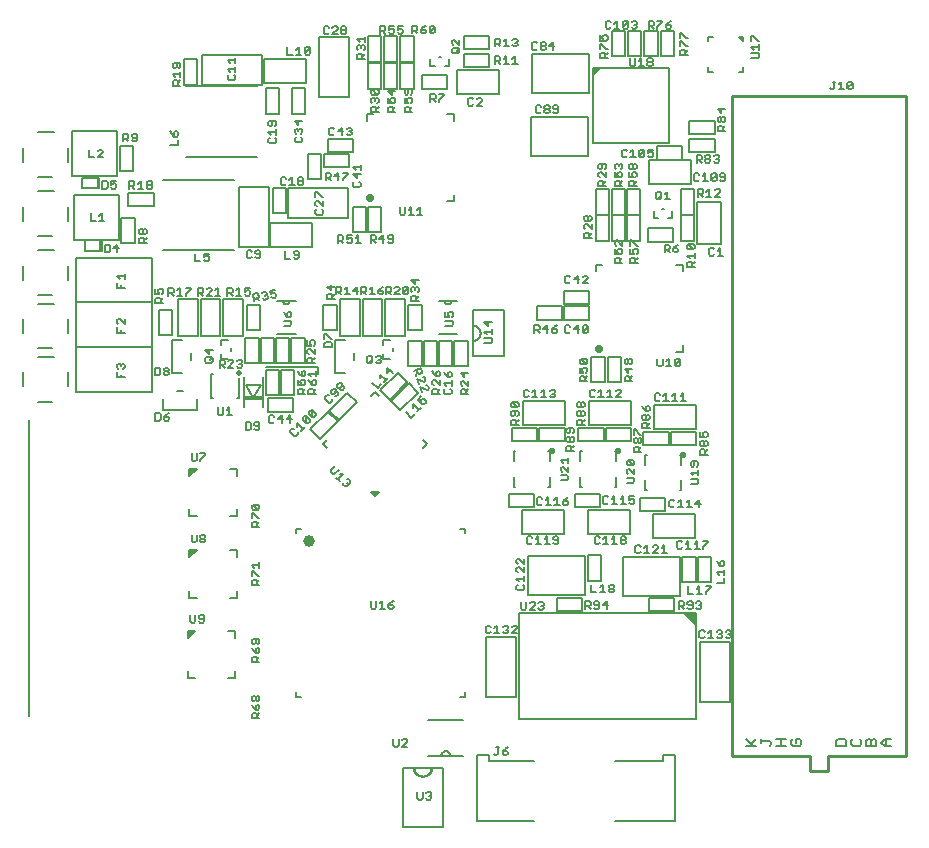
<source format=gto>
G75*
%MOIN*%
%OFA0B0*%
%FSLAX25Y25*%
%IPPOS*%
%LPD*%
%AMOC8*
5,1,8,0,0,1.08239X$1,22.5*
%
%ADD10C,0.00500*%
%ADD11C,0.00600*%
%ADD12R,0.06299X0.01250*%
%ADD13C,0.02756*%
%ADD14C,0.03937*%
%ADD15C,0.01969*%
%ADD16C,0.02227*%
%ADD17C,0.01000*%
%ADD18C,0.00700*%
D10*
X0049031Y0080134D02*
X0049031Y0178559D01*
X0052181Y0184858D02*
X0056906Y0184858D01*
X0064803Y0188031D02*
X0064803Y0202945D01*
X0089953Y0202945D01*
X0089953Y0188031D01*
X0064803Y0188031D01*
X0062024Y0189976D02*
X0062024Y0194701D01*
X0057299Y0199819D02*
X0052181Y0199819D01*
X0052181Y0202575D02*
X0056906Y0202575D01*
X0062024Y0207693D02*
X0062024Y0212417D01*
X0064803Y0217905D02*
X0064803Y0202992D01*
X0089953Y0202992D01*
X0089953Y0217905D01*
X0064803Y0217905D01*
X0064803Y0217953D02*
X0064803Y0232866D01*
X0089953Y0232866D01*
X0089953Y0217953D01*
X0064803Y0217953D01*
X0057299Y0217535D02*
X0052181Y0217535D01*
X0052181Y0220291D02*
X0056906Y0220291D01*
X0062024Y0225409D02*
X0062024Y0230134D01*
X0057299Y0235252D02*
X0052181Y0235252D01*
X0047063Y0230134D02*
X0047063Y0225409D01*
X0047063Y0212417D02*
X0047063Y0207693D01*
X0047063Y0194701D02*
X0047063Y0189976D01*
X0092501Y0207036D02*
X0092501Y0215436D01*
X0096901Y0215436D01*
X0096901Y0207036D01*
X0092501Y0207036D01*
X0098931Y0206561D02*
X0105431Y0206561D01*
X0105431Y0219061D01*
X0098931Y0219061D01*
X0098931Y0206561D01*
X0106411Y0206561D02*
X0112911Y0206561D01*
X0112911Y0219061D01*
X0106411Y0219061D01*
X0106411Y0206561D01*
X0103125Y0200919D02*
X0103125Y0198719D01*
X0109661Y0193913D02*
X0110449Y0193913D01*
X0109661Y0193913D02*
X0109661Y0186039D01*
X0110449Y0186039D01*
X0118323Y0186039D02*
X0119110Y0186039D01*
X0119110Y0192732D01*
X0121241Y0197587D02*
X0121241Y0205987D01*
X0125641Y0205987D01*
X0125641Y0197587D01*
X0121241Y0197587D01*
X0126359Y0197587D02*
X0126359Y0205987D01*
X0130759Y0205987D01*
X0130759Y0197587D01*
X0126359Y0197587D01*
X0128165Y0196276D02*
X0145488Y0196276D01*
X0145488Y0193913D01*
X0140995Y0197587D02*
X0136595Y0197587D01*
X0136595Y0205987D01*
X0140995Y0205987D01*
X0140995Y0197587D01*
X0137452Y0195357D02*
X0137452Y0186957D01*
X0133052Y0186957D01*
X0133052Y0195357D01*
X0137452Y0195357D01*
X0135877Y0197587D02*
X0131477Y0197587D01*
X0131477Y0205987D01*
X0135877Y0205987D01*
X0135877Y0197587D01*
X0132334Y0195357D02*
X0132334Y0186957D01*
X0127934Y0186957D01*
X0127934Y0195357D01*
X0132334Y0195357D01*
X0128690Y0185877D02*
X0137090Y0185877D01*
X0137090Y0181477D01*
X0128690Y0181477D01*
X0128690Y0185877D01*
X0142931Y0175570D02*
X0146042Y0172459D01*
X0151982Y0178398D01*
X0148871Y0181510D01*
X0142931Y0175570D01*
X0149230Y0181869D02*
X0155170Y0187809D01*
X0158281Y0184698D01*
X0152342Y0178758D01*
X0149230Y0181869D01*
X0166160Y0188562D02*
X0169271Y0185451D01*
X0175211Y0191391D01*
X0172099Y0194502D01*
X0166160Y0188562D01*
X0169703Y0185019D02*
X0172814Y0181908D01*
X0178754Y0187847D01*
X0175643Y0190959D01*
X0169703Y0185019D01*
X0175572Y0196800D02*
X0175572Y0205200D01*
X0179972Y0205200D01*
X0179972Y0196800D01*
X0175572Y0196800D01*
X0180690Y0196800D02*
X0180690Y0205200D01*
X0185090Y0205200D01*
X0185090Y0196800D01*
X0180690Y0196800D01*
X0185808Y0196800D02*
X0185808Y0205200D01*
X0190208Y0205200D01*
X0190208Y0196800D01*
X0185808Y0196800D01*
X0190926Y0196800D02*
X0195326Y0196800D01*
X0195326Y0205200D01*
X0190926Y0205200D01*
X0190926Y0196800D01*
X0197063Y0205134D02*
X0197163Y0205136D01*
X0197264Y0205142D01*
X0197364Y0205152D01*
X0197463Y0205166D01*
X0197562Y0205183D01*
X0197660Y0205205D01*
X0197758Y0205230D01*
X0197854Y0205259D01*
X0197949Y0205292D01*
X0198042Y0205329D01*
X0198134Y0205369D01*
X0198225Y0205413D01*
X0198313Y0205460D01*
X0198400Y0205511D01*
X0198485Y0205565D01*
X0198567Y0205623D01*
X0198647Y0205683D01*
X0198725Y0205747D01*
X0198800Y0205814D01*
X0198872Y0205884D01*
X0198942Y0205956D01*
X0199009Y0206031D01*
X0199073Y0206109D01*
X0199133Y0206189D01*
X0199191Y0206271D01*
X0199245Y0206356D01*
X0199296Y0206443D01*
X0199343Y0206531D01*
X0199387Y0206622D01*
X0199427Y0206714D01*
X0199464Y0206807D01*
X0199497Y0206902D01*
X0199526Y0206998D01*
X0199551Y0207096D01*
X0199573Y0207194D01*
X0199590Y0207293D01*
X0199604Y0207392D01*
X0199614Y0207492D01*
X0199620Y0207593D01*
X0199622Y0207693D01*
X0199620Y0207793D01*
X0199614Y0207894D01*
X0199604Y0207994D01*
X0199590Y0208093D01*
X0199573Y0208192D01*
X0199551Y0208290D01*
X0199526Y0208388D01*
X0199497Y0208484D01*
X0199464Y0208579D01*
X0199427Y0208672D01*
X0199387Y0208764D01*
X0199343Y0208855D01*
X0199296Y0208943D01*
X0199245Y0209030D01*
X0199191Y0209115D01*
X0199133Y0209197D01*
X0199073Y0209277D01*
X0199009Y0209355D01*
X0198942Y0209430D01*
X0198872Y0209502D01*
X0198800Y0209572D01*
X0198725Y0209639D01*
X0198647Y0209703D01*
X0198567Y0209763D01*
X0198485Y0209821D01*
X0198400Y0209875D01*
X0198313Y0209926D01*
X0198225Y0209973D01*
X0198134Y0210017D01*
X0198042Y0210057D01*
X0197949Y0210094D01*
X0197854Y0210127D01*
X0197758Y0210156D01*
X0197660Y0210181D01*
X0197562Y0210203D01*
X0197463Y0210220D01*
X0197364Y0210234D01*
X0197264Y0210244D01*
X0197163Y0210250D01*
X0197063Y0210252D01*
X0179972Y0208611D02*
X0175572Y0208611D01*
X0175572Y0217011D01*
X0179972Y0217011D01*
X0179972Y0208611D01*
X0174329Y0206561D02*
X0167829Y0206561D01*
X0167829Y0219061D01*
X0174329Y0219061D01*
X0174329Y0206561D01*
X0169504Y0205331D02*
X0167142Y0205331D01*
X0167142Y0203756D01*
X0166848Y0206561D02*
X0160348Y0206561D01*
X0160348Y0219061D01*
X0166848Y0219061D01*
X0166848Y0206561D01*
X0170291Y0202575D02*
X0170291Y0201787D01*
X0169504Y0199031D02*
X0167142Y0199031D01*
X0167142Y0200606D01*
X0157456Y0200919D02*
X0157456Y0198719D01*
X0159368Y0206561D02*
X0152868Y0206561D01*
X0152868Y0219061D01*
X0159368Y0219061D01*
X0159368Y0206561D01*
X0151625Y0208611D02*
X0147225Y0208611D01*
X0147225Y0217011D01*
X0151625Y0217011D01*
X0151625Y0208611D01*
X0126035Y0208611D02*
X0121635Y0208611D01*
X0121635Y0217011D01*
X0126035Y0217011D01*
X0126035Y0208611D01*
X0120392Y0206561D02*
X0113892Y0206561D01*
X0113892Y0219061D01*
X0120392Y0219061D01*
X0120392Y0206561D01*
X0115567Y0205331D02*
X0113205Y0205331D01*
X0113205Y0203756D01*
X0113205Y0200606D02*
X0113205Y0199031D01*
X0115567Y0199031D01*
X0116354Y0201787D02*
X0116354Y0202575D01*
X0100525Y0188460D02*
X0098325Y0188460D01*
X0102575Y0162417D02*
X0104937Y0162417D01*
X0102575Y0160055D01*
X0102575Y0161630D01*
X0102969Y0162024D01*
X0104150Y0162024D01*
X0102969Y0160843D01*
X0102969Y0161236D01*
X0103362Y0161630D01*
X0102969Y0161630D01*
X0102575Y0161630D02*
X0102575Y0162417D01*
X0115961Y0162417D02*
X0118323Y0162417D01*
X0118323Y0160055D01*
X0118323Y0149031D02*
X0118323Y0146669D01*
X0115961Y0146669D01*
X0104937Y0146669D02*
X0102575Y0146669D01*
X0102575Y0149031D01*
X0102575Y0135252D02*
X0104937Y0135252D01*
X0102575Y0132890D01*
X0102575Y0134465D01*
X0102969Y0134858D01*
X0104150Y0134858D01*
X0102969Y0133677D01*
X0102969Y0134071D01*
X0103362Y0134465D01*
X0102969Y0134465D01*
X0102575Y0134465D02*
X0102575Y0135252D01*
X0115961Y0135252D02*
X0118323Y0135252D01*
X0118323Y0132890D01*
X0118323Y0121866D02*
X0118323Y0119504D01*
X0115961Y0119504D01*
X0104937Y0119504D02*
X0102575Y0119504D01*
X0102575Y0121866D01*
X0102181Y0108480D02*
X0104543Y0108480D01*
X0102181Y0106118D01*
X0102181Y0107693D01*
X0102575Y0108087D01*
X0103756Y0108087D01*
X0102575Y0106906D01*
X0102575Y0107299D01*
X0102969Y0107693D01*
X0102575Y0107693D01*
X0102181Y0107693D02*
X0102181Y0108480D01*
X0115567Y0108480D02*
X0117929Y0108480D01*
X0117929Y0106118D01*
X0117929Y0095094D02*
X0117929Y0092732D01*
X0115567Y0092732D01*
X0104543Y0092732D02*
X0102181Y0092732D01*
X0102181Y0095094D01*
X0182102Y0078559D02*
X0193913Y0078559D01*
X0201512Y0086276D02*
X0211512Y0086276D01*
X0211512Y0106276D01*
X0201512Y0106276D01*
X0201512Y0086276D01*
X0212417Y0078953D02*
X0212417Y0114386D01*
X0271472Y0114386D01*
X0271472Y0110449D01*
X0267535Y0114386D01*
X0271472Y0114386D01*
X0271472Y0078953D01*
X0212417Y0078953D01*
X0217315Y0064937D02*
X0202315Y0064937D01*
X0202315Y0066937D01*
X0198315Y0066937D01*
X0198315Y0044937D01*
X0217315Y0044937D01*
X0244315Y0044937D02*
X0264315Y0044937D01*
X0264315Y0066937D01*
X0260315Y0066937D01*
X0260315Y0064937D01*
X0244315Y0064937D01*
X0272772Y0084701D02*
X0282772Y0084701D01*
X0282772Y0104701D01*
X0272772Y0104701D01*
X0272772Y0084701D01*
X0271472Y0110901D02*
X0271021Y0110901D01*
X0271472Y0111399D02*
X0270522Y0111399D01*
X0270024Y0111898D02*
X0271472Y0111898D01*
X0271472Y0112396D02*
X0269525Y0112396D01*
X0269027Y0112895D02*
X0271472Y0112895D01*
X0271472Y0113393D02*
X0268528Y0113393D01*
X0268030Y0113892D02*
X0271472Y0113892D01*
X0264255Y0114942D02*
X0264255Y0119342D01*
X0255855Y0119342D01*
X0255855Y0114942D01*
X0264255Y0114942D01*
X0266012Y0120091D02*
X0247012Y0120091D01*
X0247012Y0133091D01*
X0266012Y0133091D01*
X0266012Y0120091D01*
X0266910Y0124753D02*
X0266910Y0133153D01*
X0271310Y0133153D01*
X0271310Y0124753D01*
X0266910Y0124753D01*
X0272028Y0124753D02*
X0272028Y0133153D01*
X0276428Y0133153D01*
X0276428Y0124753D01*
X0272028Y0124753D01*
X0270992Y0139520D02*
X0256992Y0139520D01*
X0256992Y0147520D01*
X0270992Y0147520D01*
X0270992Y0139520D01*
X0261106Y0148406D02*
X0261106Y0152806D01*
X0252706Y0152806D01*
X0252706Y0148406D01*
X0261106Y0148406D01*
X0249339Y0148701D02*
X0249339Y0140701D01*
X0235339Y0140701D01*
X0235339Y0148701D01*
X0249339Y0148701D01*
X0239452Y0149587D02*
X0239452Y0153987D01*
X0231052Y0153987D01*
X0231052Y0149587D01*
X0239452Y0149587D01*
X0227291Y0148701D02*
X0227291Y0140701D01*
X0213291Y0140701D01*
X0213291Y0148701D01*
X0227291Y0148701D01*
X0217405Y0149587D02*
X0217405Y0153987D01*
X0209005Y0153987D01*
X0209005Y0149587D01*
X0217405Y0149587D01*
X0215516Y0133484D02*
X0234516Y0133484D01*
X0234516Y0120484D01*
X0215516Y0120484D01*
X0215516Y0133484D01*
X0225146Y0119342D02*
X0233546Y0119342D01*
X0233546Y0114942D01*
X0225146Y0114942D01*
X0225146Y0119342D01*
X0235414Y0125146D02*
X0235414Y0133546D01*
X0239814Y0133546D01*
X0239814Y0125146D01*
X0235414Y0125146D01*
X0232233Y0171635D02*
X0232233Y0176035D01*
X0240633Y0176035D01*
X0240633Y0171635D01*
X0232233Y0171635D01*
X0227641Y0171635D02*
X0219241Y0171635D01*
X0219241Y0176035D01*
X0227641Y0176035D01*
X0227641Y0171635D01*
X0227685Y0176921D02*
X0213685Y0176921D01*
X0213685Y0184921D01*
X0227685Y0184921D01*
X0227685Y0176921D01*
X0235732Y0176921D02*
X0235732Y0184921D01*
X0249732Y0184921D01*
X0249732Y0176921D01*
X0235732Y0176921D01*
X0241288Y0176035D02*
X0241288Y0171635D01*
X0249688Y0171635D01*
X0249688Y0176035D01*
X0241288Y0176035D01*
X0253887Y0174854D02*
X0253887Y0170454D01*
X0262287Y0170454D01*
X0262287Y0174854D01*
X0253887Y0174854D01*
X0257386Y0175740D02*
X0257386Y0183740D01*
X0271386Y0183740D01*
X0271386Y0175740D01*
X0257386Y0175740D01*
X0262942Y0174854D02*
X0262942Y0170454D01*
X0271342Y0170454D01*
X0271342Y0174854D01*
X0262942Y0174854D01*
X0246507Y0191288D02*
X0242107Y0191288D01*
X0242107Y0199688D01*
X0246507Y0199688D01*
X0246507Y0191288D01*
X0240995Y0191288D02*
X0236595Y0191288D01*
X0236595Y0199688D01*
X0240995Y0199688D01*
X0240995Y0191288D01*
X0264886Y0201394D02*
X0267142Y0201394D01*
X0267142Y0203650D01*
X0267142Y0228272D02*
X0267142Y0230528D01*
X0264886Y0230528D01*
X0263861Y0238170D02*
X0255461Y0238170D01*
X0255461Y0242570D01*
X0263861Y0242570D01*
X0263861Y0238170D01*
X0266517Y0238532D02*
X0266517Y0246932D01*
X0270917Y0246932D01*
X0270917Y0238532D01*
X0266517Y0238532D01*
X0271803Y0237307D02*
X0271803Y0251307D01*
X0279803Y0251307D01*
X0279803Y0237307D01*
X0271803Y0237307D01*
X0263598Y0245882D02*
X0262024Y0245882D01*
X0263598Y0245882D02*
X0263598Y0248244D01*
X0260843Y0249031D02*
X0260055Y0249031D01*
X0257299Y0248244D02*
X0257299Y0245882D01*
X0258874Y0245882D01*
X0266517Y0247194D02*
X0266517Y0255594D01*
X0270917Y0255594D01*
X0270917Y0247194D01*
X0266517Y0247194D01*
X0269619Y0257229D02*
X0255619Y0257229D01*
X0255619Y0265229D01*
X0269619Y0265229D01*
X0269619Y0257229D01*
X0266819Y0265525D02*
X0258419Y0265525D01*
X0258419Y0269925D01*
X0266819Y0269925D01*
X0266819Y0265525D01*
X0269241Y0268091D02*
X0269241Y0272491D01*
X0277641Y0272491D01*
X0277641Y0268091D01*
X0269241Y0268091D01*
X0262422Y0270973D02*
X0237226Y0270973D01*
X0237226Y0293808D01*
X0239588Y0296170D01*
X0262422Y0296170D01*
X0262422Y0270973D01*
X0269241Y0273997D02*
X0269241Y0278397D01*
X0277641Y0278397D01*
X0277641Y0273997D01*
X0269241Y0273997D01*
X0275409Y0294701D02*
X0276984Y0294701D01*
X0275409Y0294701D02*
X0275409Y0296276D01*
X0285646Y0294701D02*
X0287220Y0294701D01*
X0287220Y0296276D01*
X0287220Y0304937D02*
X0285646Y0306512D01*
X0286433Y0306512D01*
X0286827Y0306118D01*
X0286827Y0305724D01*
X0286433Y0306118D01*
X0286433Y0306512D02*
X0287220Y0306512D01*
X0287220Y0304937D01*
X0276984Y0306512D02*
X0275409Y0306512D01*
X0275409Y0304937D01*
X0264032Y0308441D02*
X0264032Y0300041D01*
X0259632Y0300041D01*
X0259632Y0308441D01*
X0264032Y0308441D01*
X0258619Y0308441D02*
X0258619Y0300041D01*
X0254219Y0300041D01*
X0254219Y0308441D01*
X0258619Y0308441D01*
X0253205Y0308441D02*
X0248805Y0308441D01*
X0248805Y0300041D01*
X0253205Y0300041D01*
X0253205Y0308441D01*
X0247792Y0308441D02*
X0247792Y0300041D01*
X0243392Y0300041D01*
X0243392Y0308441D01*
X0247792Y0308441D01*
X0235697Y0300807D02*
X0235697Y0287807D01*
X0216697Y0287807D01*
X0216697Y0300807D01*
X0235697Y0300807D01*
X0237226Y0296170D02*
X0237226Y0294989D01*
X0238013Y0295776D01*
X0237619Y0295776D01*
X0237226Y0296170D02*
X0239194Y0296170D01*
X0237226Y0294202D01*
X0237226Y0294595D01*
X0237226Y0294989D01*
X0237226Y0294595D02*
X0238407Y0295776D01*
X0239194Y0296170D02*
X0239588Y0296170D01*
X0237226Y0294202D02*
X0237226Y0293808D01*
X0235505Y0279639D02*
X0216505Y0279639D01*
X0216505Y0266639D01*
X0235505Y0266639D01*
X0235505Y0279639D01*
X0238170Y0255594D02*
X0242570Y0255594D01*
X0242570Y0247194D01*
X0238170Y0247194D01*
X0238170Y0255594D01*
X0243288Y0255594D02*
X0247688Y0255594D01*
X0247688Y0247194D01*
X0243288Y0247194D01*
X0243288Y0255594D01*
X0248406Y0255594D02*
X0248406Y0247194D01*
X0252806Y0247194D01*
X0252806Y0255594D01*
X0248406Y0255594D01*
X0248406Y0246932D02*
X0252806Y0246932D01*
X0252806Y0238532D01*
X0248406Y0238532D01*
X0248406Y0246932D01*
X0247688Y0246932D02*
X0247688Y0238532D01*
X0243288Y0238532D01*
X0243288Y0246932D01*
X0247688Y0246932D01*
X0242570Y0246932D02*
X0242570Y0238532D01*
X0238170Y0238532D01*
X0238170Y0246932D01*
X0242570Y0246932D01*
X0240264Y0230528D02*
X0238008Y0230528D01*
X0238008Y0228272D01*
X0235909Y0221704D02*
X0227509Y0221704D01*
X0227509Y0217304D01*
X0235909Y0217304D01*
X0235909Y0221704D01*
X0235909Y0216586D02*
X0235909Y0212186D01*
X0227509Y0212186D01*
X0227509Y0216586D01*
X0235909Y0216586D01*
X0226854Y0216586D02*
X0226854Y0212186D01*
X0218454Y0212186D01*
X0218454Y0216586D01*
X0226854Y0216586D01*
X0190757Y0251585D02*
X0188501Y0251585D01*
X0190757Y0251585D02*
X0190757Y0253841D01*
X0166586Y0249688D02*
X0166586Y0241288D01*
X0162186Y0241288D01*
X0162186Y0249688D01*
X0166586Y0249688D01*
X0161468Y0249688D02*
X0157068Y0249688D01*
X0157068Y0241288D01*
X0161468Y0241288D01*
X0161468Y0249688D01*
X0155488Y0246000D02*
X0135488Y0246000D01*
X0135488Y0256000D01*
X0155488Y0256000D01*
X0155488Y0246000D01*
X0143433Y0244370D02*
X0143433Y0236370D01*
X0129433Y0236370D01*
X0129433Y0244370D01*
X0143433Y0244370D01*
X0134696Y0247587D02*
X0130296Y0247587D01*
X0130296Y0255987D01*
X0134696Y0255987D01*
X0134696Y0247587D01*
X0129228Y0256276D02*
X0129228Y0236276D01*
X0119228Y0236276D01*
X0119228Y0256276D01*
X0129228Y0256276D01*
X0117535Y0258874D02*
X0093913Y0258874D01*
X0090633Y0254381D02*
X0090633Y0249981D01*
X0082233Y0249981D01*
X0082233Y0254381D01*
X0090633Y0254381D01*
X0083909Y0261761D02*
X0079509Y0261761D01*
X0079509Y0270161D01*
X0083909Y0270161D01*
X0083909Y0261761D01*
X0078579Y0260035D02*
X0078579Y0275035D01*
X0063579Y0275035D01*
X0063579Y0260035D01*
X0078579Y0260035D01*
X0072523Y0259499D02*
X0072523Y0255887D01*
X0072129Y0255887D01*
X0072129Y0259499D01*
X0072523Y0259499D01*
X0072129Y0259499D02*
X0066879Y0259499D01*
X0066879Y0255887D01*
X0072129Y0255887D01*
X0078972Y0253776D02*
X0063972Y0253776D01*
X0063972Y0238776D01*
X0078972Y0238776D01*
X0078972Y0253776D01*
X0079902Y0246145D02*
X0084302Y0246145D01*
X0084302Y0237745D01*
X0079902Y0237745D01*
X0079902Y0246145D01*
X0073310Y0238633D02*
X0073310Y0235020D01*
X0072917Y0235020D01*
X0072917Y0238633D01*
X0073310Y0238633D01*
X0072917Y0238633D02*
X0067666Y0238633D01*
X0067666Y0235020D01*
X0072917Y0235020D01*
X0062024Y0245094D02*
X0062024Y0249819D01*
X0057299Y0254937D02*
X0052181Y0254937D01*
X0052181Y0259661D02*
X0056906Y0259661D01*
X0062024Y0264780D02*
X0062024Y0269504D01*
X0057299Y0274622D02*
X0052181Y0274622D01*
X0047063Y0269504D02*
X0047063Y0264780D01*
X0047063Y0249819D02*
X0047063Y0245094D01*
X0052181Y0239976D02*
X0056906Y0239976D01*
X0093913Y0235252D02*
X0117535Y0235252D01*
X0142107Y0259005D02*
X0142107Y0267405D01*
X0146507Y0267405D01*
X0146507Y0259005D01*
X0142107Y0259005D01*
X0147477Y0262975D02*
X0147477Y0267375D01*
X0155877Y0267375D01*
X0155877Y0262975D01*
X0147477Y0262975D01*
X0148658Y0267896D02*
X0148658Y0272296D01*
X0157058Y0272296D01*
X0157058Y0267896D01*
X0148658Y0267896D01*
X0161623Y0278463D02*
X0161623Y0280719D01*
X0163879Y0280719D01*
X0155896Y0286480D02*
X0145896Y0286480D01*
X0145896Y0306480D01*
X0155896Y0306480D01*
X0155896Y0286480D01*
X0162143Y0289161D02*
X0166543Y0289161D01*
X0166543Y0297561D01*
X0162143Y0297561D01*
X0162143Y0289161D01*
X0167462Y0289161D02*
X0171862Y0289161D01*
X0171862Y0297561D01*
X0167462Y0297561D01*
X0167462Y0289161D01*
X0172887Y0289161D02*
X0177287Y0289161D01*
X0177287Y0297561D01*
X0172887Y0297561D01*
X0172887Y0289161D01*
X0180166Y0289154D02*
X0180166Y0293554D01*
X0188566Y0293554D01*
X0188566Y0289154D01*
X0180166Y0289154D01*
X0182890Y0296669D02*
X0182890Y0299031D01*
X0182890Y0296669D02*
X0184465Y0296669D01*
X0187614Y0296669D02*
X0189189Y0296669D01*
X0189189Y0299031D01*
X0186433Y0299819D02*
X0185646Y0299819D01*
X0191638Y0295453D02*
X0205638Y0295453D01*
X0205638Y0287453D01*
X0191638Y0287453D01*
X0191638Y0295453D01*
X0194044Y0296438D02*
X0194044Y0300838D01*
X0202444Y0300838D01*
X0202444Y0296438D01*
X0194044Y0296438D01*
X0194044Y0302343D02*
X0194044Y0306743D01*
X0202444Y0306743D01*
X0202444Y0302343D01*
X0194044Y0302343D01*
X0177287Y0298161D02*
X0172887Y0298161D01*
X0172887Y0306561D01*
X0177287Y0306561D01*
X0177287Y0298161D01*
X0171862Y0298161D02*
X0167462Y0298161D01*
X0167462Y0306561D01*
X0171862Y0306561D01*
X0171862Y0298161D01*
X0166543Y0298161D02*
X0162143Y0298161D01*
X0162143Y0306561D01*
X0166543Y0306561D01*
X0166543Y0298161D01*
X0141570Y0299198D02*
X0141570Y0291198D01*
X0127570Y0291198D01*
X0127570Y0299198D01*
X0141570Y0299198D01*
X0141187Y0289262D02*
X0136787Y0289262D01*
X0136787Y0280862D01*
X0141187Y0280862D01*
X0141187Y0289262D01*
X0132439Y0289260D02*
X0132439Y0280860D01*
X0128039Y0280860D01*
X0128039Y0289260D01*
X0132439Y0289260D01*
X0126748Y0290488D02*
X0106748Y0290488D01*
X0106748Y0300488D01*
X0126748Y0300488D01*
X0126748Y0290488D01*
X0125016Y0289976D02*
X0101394Y0289976D01*
X0100769Y0290501D02*
X0100769Y0298901D01*
X0105169Y0298901D01*
X0105169Y0290501D01*
X0100769Y0290501D01*
X0101394Y0266354D02*
X0125016Y0266354D01*
X0188501Y0280719D02*
X0190757Y0280719D01*
X0190757Y0278463D01*
X0210186Y0176035D02*
X0210186Y0171635D01*
X0218586Y0171635D01*
X0218586Y0176035D01*
X0210186Y0176035D01*
X0193913Y0066748D02*
X0189583Y0066748D01*
X0186433Y0066748D01*
X0182102Y0066748D01*
X0186433Y0066748D02*
X0186435Y0066827D01*
X0186441Y0066905D01*
X0186451Y0066983D01*
X0186464Y0067060D01*
X0186482Y0067137D01*
X0186503Y0067212D01*
X0186528Y0067287D01*
X0186557Y0067360D01*
X0186589Y0067431D01*
X0186625Y0067501D01*
X0186664Y0067569D01*
X0186707Y0067635D01*
X0186753Y0067699D01*
X0186801Y0067760D01*
X0186853Y0067819D01*
X0186908Y0067875D01*
X0186966Y0067929D01*
X0187026Y0067979D01*
X0187089Y0068027D01*
X0187153Y0068071D01*
X0187221Y0068112D01*
X0187289Y0068150D01*
X0187360Y0068184D01*
X0187433Y0068214D01*
X0187506Y0068241D01*
X0187581Y0068264D01*
X0187658Y0068284D01*
X0187735Y0068299D01*
X0187812Y0068311D01*
X0187890Y0068319D01*
X0187969Y0068323D01*
X0188047Y0068323D01*
X0188126Y0068319D01*
X0188204Y0068311D01*
X0188281Y0068299D01*
X0188358Y0068284D01*
X0188435Y0068264D01*
X0188510Y0068241D01*
X0188583Y0068214D01*
X0188656Y0068184D01*
X0188727Y0068150D01*
X0188796Y0068112D01*
X0188863Y0068071D01*
X0188927Y0068027D01*
X0188990Y0067979D01*
X0189050Y0067929D01*
X0189108Y0067875D01*
X0189163Y0067819D01*
X0189215Y0067760D01*
X0189263Y0067699D01*
X0189309Y0067635D01*
X0189352Y0067569D01*
X0189391Y0067501D01*
X0189427Y0067431D01*
X0189459Y0067360D01*
X0189488Y0067287D01*
X0189513Y0067212D01*
X0189534Y0067137D01*
X0189552Y0067060D01*
X0189565Y0066983D01*
X0189575Y0066905D01*
X0189581Y0066827D01*
X0189583Y0066748D01*
D11*
X0182767Y0054679D02*
X0181916Y0054679D01*
X0181491Y0054253D01*
X0182341Y0053403D02*
X0182767Y0053403D01*
X0183192Y0052977D01*
X0183192Y0052552D01*
X0182767Y0052127D01*
X0181916Y0052127D01*
X0181491Y0052552D01*
X0180292Y0052552D02*
X0180292Y0054679D01*
X0178591Y0054679D02*
X0178591Y0052552D01*
X0179016Y0052127D01*
X0179866Y0052127D01*
X0180292Y0052552D01*
X0182767Y0053403D02*
X0183192Y0053828D01*
X0183192Y0054253D01*
X0182767Y0054679D01*
X0175193Y0069804D02*
X0173491Y0069804D01*
X0175193Y0071505D01*
X0175193Y0071930D01*
X0174767Y0072356D01*
X0173917Y0072356D01*
X0173491Y0071930D01*
X0172293Y0072356D02*
X0172293Y0070229D01*
X0171867Y0069804D01*
X0171017Y0069804D01*
X0170591Y0070229D01*
X0170591Y0072356D01*
X0192854Y0086286D02*
X0194454Y0086286D01*
X0194454Y0087886D01*
X0201737Y0107587D02*
X0202588Y0107587D01*
X0203013Y0108013D01*
X0204212Y0107587D02*
X0205913Y0107587D01*
X0205063Y0107587D02*
X0205063Y0110139D01*
X0204212Y0109289D01*
X0203013Y0109714D02*
X0202588Y0110139D01*
X0201737Y0110139D01*
X0201312Y0109714D01*
X0201312Y0108013D01*
X0201737Y0107587D01*
X0207112Y0108013D02*
X0207537Y0107587D01*
X0208388Y0107587D01*
X0208813Y0108013D01*
X0208813Y0108438D01*
X0208388Y0108863D01*
X0207963Y0108863D01*
X0208388Y0108863D02*
X0208813Y0109289D01*
X0208813Y0109714D01*
X0208388Y0110139D01*
X0207537Y0110139D01*
X0207112Y0109714D01*
X0210012Y0109714D02*
X0210437Y0110139D01*
X0211288Y0110139D01*
X0211713Y0109714D01*
X0211713Y0109289D01*
X0210012Y0107587D01*
X0211713Y0107587D01*
X0213536Y0115473D02*
X0214387Y0115473D01*
X0214812Y0115899D01*
X0214812Y0118025D01*
X0216011Y0117600D02*
X0216436Y0118025D01*
X0217287Y0118025D01*
X0217712Y0117600D01*
X0217712Y0117174D01*
X0216011Y0115473D01*
X0217712Y0115473D01*
X0218911Y0115899D02*
X0219337Y0115473D01*
X0220187Y0115473D01*
X0220612Y0115899D01*
X0220612Y0116324D01*
X0220187Y0116749D01*
X0219762Y0116749D01*
X0220187Y0116749D02*
X0220612Y0117174D01*
X0220612Y0117600D01*
X0220187Y0118025D01*
X0219337Y0118025D01*
X0218911Y0117600D01*
X0213536Y0115473D02*
X0213111Y0115899D01*
X0213111Y0118025D01*
X0213704Y0122115D02*
X0214129Y0122540D01*
X0214129Y0123391D01*
X0213704Y0123816D01*
X0214129Y0125015D02*
X0214129Y0126716D01*
X0214129Y0125866D02*
X0211577Y0125866D01*
X0212428Y0125015D01*
X0212003Y0123816D02*
X0211577Y0123391D01*
X0211577Y0122540D01*
X0212003Y0122115D01*
X0213704Y0122115D01*
X0214129Y0127915D02*
X0212428Y0129616D01*
X0212003Y0129616D01*
X0211577Y0129191D01*
X0211577Y0128340D01*
X0212003Y0127915D01*
X0214129Y0127915D02*
X0214129Y0129616D01*
X0214129Y0130815D02*
X0212428Y0132516D01*
X0212003Y0132516D01*
X0211577Y0132091D01*
X0211577Y0131241D01*
X0212003Y0130815D01*
X0214129Y0130815D02*
X0214129Y0132516D01*
X0215591Y0137402D02*
X0215166Y0137828D01*
X0215166Y0139529D01*
X0215591Y0139954D01*
X0216442Y0139954D01*
X0216867Y0139529D01*
X0218066Y0139104D02*
X0218917Y0139954D01*
X0218917Y0137402D01*
X0219767Y0137402D02*
X0218066Y0137402D01*
X0216867Y0137828D02*
X0216442Y0137402D01*
X0215591Y0137402D01*
X0220966Y0137402D02*
X0222668Y0137402D01*
X0221817Y0137402D02*
X0221817Y0139954D01*
X0220966Y0139104D01*
X0223866Y0139104D02*
X0224292Y0138678D01*
X0225568Y0138678D01*
X0225568Y0137828D02*
X0225568Y0139529D01*
X0225142Y0139954D01*
X0224292Y0139954D01*
X0223866Y0139529D01*
X0223866Y0139104D01*
X0223866Y0137828D02*
X0224292Y0137402D01*
X0225142Y0137402D01*
X0225568Y0137828D01*
X0237607Y0137828D02*
X0238032Y0137402D01*
X0238883Y0137402D01*
X0239308Y0137828D01*
X0240507Y0137402D02*
X0242208Y0137402D01*
X0241358Y0137402D02*
X0241358Y0139954D01*
X0240507Y0139104D01*
X0239308Y0139529D02*
X0238883Y0139954D01*
X0238032Y0139954D01*
X0237607Y0139529D01*
X0237607Y0137828D01*
X0243407Y0137402D02*
X0245108Y0137402D01*
X0244258Y0137402D02*
X0244258Y0139954D01*
X0243407Y0139104D01*
X0246307Y0139104D02*
X0246307Y0139529D01*
X0246733Y0139954D01*
X0247583Y0139954D01*
X0248009Y0139529D01*
X0248009Y0139104D01*
X0247583Y0138678D01*
X0246733Y0138678D01*
X0246307Y0139104D01*
X0246733Y0138678D02*
X0246307Y0138253D01*
X0246307Y0137828D01*
X0246733Y0137402D01*
X0247583Y0137402D01*
X0248009Y0137828D01*
X0248009Y0138253D01*
X0247583Y0138678D01*
X0251249Y0136454D02*
X0251249Y0134753D01*
X0251674Y0134328D01*
X0252525Y0134328D01*
X0252950Y0134753D01*
X0254149Y0134328D02*
X0255850Y0134328D01*
X0255000Y0134328D02*
X0255000Y0136879D01*
X0254149Y0136029D01*
X0252950Y0136454D02*
X0252525Y0136879D01*
X0251674Y0136879D01*
X0251249Y0136454D01*
X0257049Y0136454D02*
X0257474Y0136879D01*
X0258325Y0136879D01*
X0258750Y0136454D01*
X0258750Y0136029D01*
X0257049Y0134328D01*
X0258750Y0134328D01*
X0259949Y0134328D02*
X0261650Y0134328D01*
X0260800Y0134328D02*
X0260800Y0136879D01*
X0259949Y0136029D01*
X0265166Y0136253D02*
X0265591Y0135828D01*
X0266442Y0135828D01*
X0266867Y0136253D01*
X0268066Y0135828D02*
X0269767Y0135828D01*
X0268917Y0135828D02*
X0268917Y0138379D01*
X0268066Y0137529D01*
X0266867Y0137954D02*
X0266442Y0138379D01*
X0265591Y0138379D01*
X0265166Y0137954D01*
X0265166Y0136253D01*
X0270966Y0135828D02*
X0272668Y0135828D01*
X0271817Y0135828D02*
X0271817Y0138379D01*
X0270966Y0137529D01*
X0273866Y0138379D02*
X0275568Y0138379D01*
X0275568Y0137954D01*
X0273866Y0136253D01*
X0273866Y0135828D01*
X0278314Y0131766D02*
X0278739Y0130916D01*
X0279589Y0130065D01*
X0279589Y0131341D01*
X0280015Y0131766D01*
X0280440Y0131766D01*
X0280865Y0131341D01*
X0280865Y0130491D01*
X0280440Y0130065D01*
X0279589Y0130065D01*
X0280865Y0128866D02*
X0280865Y0127165D01*
X0280865Y0128016D02*
X0278314Y0128016D01*
X0279164Y0127165D01*
X0280865Y0125966D02*
X0280865Y0124265D01*
X0278314Y0124265D01*
X0276349Y0123387D02*
X0276349Y0122962D01*
X0274647Y0121261D01*
X0274647Y0120835D01*
X0273449Y0120835D02*
X0271747Y0120835D01*
X0272598Y0120835D02*
X0272598Y0123387D01*
X0271747Y0122537D01*
X0270548Y0120835D02*
X0268847Y0120835D01*
X0268847Y0123387D01*
X0269023Y0118269D02*
X0268598Y0117844D01*
X0268598Y0117419D01*
X0269023Y0116993D01*
X0270299Y0116993D01*
X0270299Y0116143D02*
X0270299Y0117844D01*
X0269874Y0118269D01*
X0269023Y0118269D01*
X0267399Y0117844D02*
X0266974Y0118269D01*
X0265698Y0118269D01*
X0265698Y0115717D01*
X0265698Y0116568D02*
X0266974Y0116568D01*
X0267399Y0116993D01*
X0267399Y0117844D01*
X0266548Y0116568D02*
X0267399Y0115717D01*
X0268598Y0116143D02*
X0269023Y0115717D01*
X0269874Y0115717D01*
X0270299Y0116143D01*
X0271498Y0116143D02*
X0271923Y0115717D01*
X0272774Y0115717D01*
X0273199Y0116143D01*
X0273199Y0116568D01*
X0272774Y0116993D01*
X0272348Y0116993D01*
X0272774Y0116993D02*
X0273199Y0117419D01*
X0273199Y0117844D01*
X0272774Y0118269D01*
X0271923Y0118269D01*
X0271498Y0117844D01*
X0274647Y0123387D02*
X0276349Y0123387D01*
X0276322Y0108564D02*
X0276322Y0106013D01*
X0275472Y0106013D02*
X0277173Y0106013D01*
X0278372Y0106438D02*
X0278797Y0106013D01*
X0279648Y0106013D01*
X0280073Y0106438D01*
X0280073Y0106863D01*
X0279648Y0107288D01*
X0279222Y0107288D01*
X0279648Y0107288D02*
X0280073Y0107714D01*
X0280073Y0108139D01*
X0279648Y0108564D01*
X0278797Y0108564D01*
X0278372Y0108139D01*
X0276322Y0108564D02*
X0275472Y0107714D01*
X0274273Y0108139D02*
X0273848Y0108564D01*
X0272997Y0108564D01*
X0272572Y0108139D01*
X0272572Y0106438D01*
X0272997Y0106013D01*
X0273848Y0106013D01*
X0274273Y0106438D01*
X0281272Y0106438D02*
X0281697Y0106013D01*
X0282548Y0106013D01*
X0282973Y0106438D01*
X0282973Y0106863D01*
X0282548Y0107288D01*
X0282123Y0107288D01*
X0282548Y0107288D02*
X0282973Y0107714D01*
X0282973Y0108139D01*
X0282548Y0108564D01*
X0281697Y0108564D01*
X0281272Y0108139D01*
X0244065Y0121654D02*
X0243640Y0121229D01*
X0242789Y0121229D01*
X0242364Y0121654D01*
X0242364Y0122080D01*
X0242789Y0122505D01*
X0243640Y0122505D01*
X0244065Y0122080D01*
X0244065Y0121654D01*
X0243640Y0122505D02*
X0244065Y0122930D01*
X0244065Y0123356D01*
X0243640Y0123781D01*
X0242789Y0123781D01*
X0242364Y0123356D01*
X0242364Y0122930D01*
X0242789Y0122505D01*
X0241165Y0121229D02*
X0239464Y0121229D01*
X0240314Y0121229D02*
X0240314Y0123781D01*
X0239464Y0122930D01*
X0238265Y0121229D02*
X0236564Y0121229D01*
X0236564Y0123781D01*
X0235871Y0118269D02*
X0236296Y0117844D01*
X0236296Y0116993D01*
X0235871Y0116568D01*
X0234595Y0116568D01*
X0234595Y0115717D02*
X0234595Y0118269D01*
X0235871Y0118269D01*
X0237495Y0117844D02*
X0237921Y0118269D01*
X0238771Y0118269D01*
X0239197Y0117844D01*
X0239197Y0116143D01*
X0238771Y0115717D01*
X0237921Y0115717D01*
X0237495Y0116143D01*
X0237921Y0116993D02*
X0239197Y0116993D01*
X0240395Y0116993D02*
X0242097Y0116993D01*
X0241671Y0115717D02*
X0241671Y0118269D01*
X0240395Y0116993D01*
X0237921Y0116993D02*
X0237495Y0117419D01*
X0237495Y0117844D01*
X0235446Y0116568D02*
X0236296Y0115717D01*
X0194454Y0140886D02*
X0194454Y0142486D01*
X0192854Y0142486D01*
X0210843Y0156512D02*
X0211236Y0156512D01*
X0210843Y0156512D02*
X0210843Y0159858D01*
X0210843Y0164976D02*
X0210843Y0168323D01*
X0211236Y0168323D01*
X0222260Y0168323D02*
X0222654Y0168323D01*
X0222654Y0164976D01*
X0226333Y0165231D02*
X0228885Y0165231D01*
X0228885Y0166081D02*
X0228885Y0164380D01*
X0228885Y0163181D02*
X0228885Y0161480D01*
X0227184Y0163181D01*
X0226759Y0163181D01*
X0226333Y0162756D01*
X0226333Y0161905D01*
X0226759Y0161480D01*
X0226333Y0160281D02*
X0228460Y0160281D01*
X0228885Y0159856D01*
X0228885Y0159005D01*
X0228460Y0158580D01*
X0226333Y0158580D01*
X0222654Y0159858D02*
X0222654Y0156512D01*
X0222260Y0156512D01*
X0222204Y0152915D02*
X0222204Y0150363D01*
X0221354Y0150363D02*
X0223055Y0150363D01*
X0224254Y0150363D02*
X0225955Y0150363D01*
X0225104Y0150363D02*
X0225104Y0152915D01*
X0224254Y0152064D01*
X0222204Y0152915D02*
X0221354Y0152064D01*
X0220155Y0152489D02*
X0219729Y0152915D01*
X0218879Y0152915D01*
X0218454Y0152489D01*
X0218454Y0150788D01*
X0218879Y0150363D01*
X0219729Y0150363D01*
X0220155Y0150788D01*
X0227154Y0150788D02*
X0227579Y0150363D01*
X0228430Y0150363D01*
X0228855Y0150788D01*
X0228855Y0151214D01*
X0228430Y0151639D01*
X0227154Y0151639D01*
X0227154Y0150788D01*
X0227154Y0151639D02*
X0228004Y0152489D01*
X0228855Y0152915D01*
X0232890Y0156512D02*
X0233283Y0156512D01*
X0232890Y0156512D02*
X0232890Y0159858D01*
X0232890Y0164976D02*
X0232890Y0168323D01*
X0233283Y0168323D01*
X0230771Y0168454D02*
X0228219Y0168454D01*
X0228219Y0169729D01*
X0228644Y0170155D01*
X0229495Y0170155D01*
X0229920Y0169729D01*
X0229920Y0168454D01*
X0229920Y0169304D02*
X0230771Y0170155D01*
X0230346Y0171354D02*
X0229920Y0171354D01*
X0229495Y0171779D01*
X0229495Y0172630D01*
X0229920Y0173055D01*
X0230346Y0173055D01*
X0230771Y0172630D01*
X0230771Y0171779D01*
X0230346Y0171354D01*
X0229495Y0171779D02*
X0229070Y0171354D01*
X0228644Y0171354D01*
X0228219Y0171779D01*
X0228219Y0172630D01*
X0228644Y0173055D01*
X0229070Y0173055D01*
X0229495Y0172630D01*
X0229070Y0174254D02*
X0229495Y0174679D01*
X0229495Y0175955D01*
X0230346Y0175955D02*
X0228644Y0175955D01*
X0228219Y0175530D01*
X0228219Y0174679D01*
X0228644Y0174254D01*
X0229070Y0174254D01*
X0230346Y0174254D02*
X0230771Y0174679D01*
X0230771Y0175530D01*
X0230346Y0175955D01*
X0231762Y0177115D02*
X0231762Y0178391D01*
X0232188Y0178816D01*
X0233038Y0178816D01*
X0233464Y0178391D01*
X0233464Y0177115D01*
X0234314Y0177115D02*
X0231762Y0177115D01*
X0233464Y0177966D02*
X0234314Y0178816D01*
X0233889Y0180015D02*
X0233464Y0180015D01*
X0233038Y0180440D01*
X0233038Y0181291D01*
X0233464Y0181716D01*
X0233889Y0181716D01*
X0234314Y0181291D01*
X0234314Y0180440D01*
X0233889Y0180015D01*
X0233038Y0180440D02*
X0232613Y0180015D01*
X0232188Y0180015D01*
X0231762Y0180440D01*
X0231762Y0181291D01*
X0232188Y0181716D01*
X0232613Y0181716D01*
X0233038Y0181291D01*
X0232613Y0182915D02*
X0232188Y0182915D01*
X0231762Y0183340D01*
X0231762Y0184191D01*
X0232188Y0184616D01*
X0232613Y0184616D01*
X0233038Y0184191D01*
X0233038Y0183340D01*
X0232613Y0182915D01*
X0233038Y0183340D02*
X0233464Y0182915D01*
X0233889Y0182915D01*
X0234314Y0183340D01*
X0234314Y0184191D01*
X0233889Y0184616D01*
X0233464Y0184616D01*
X0233038Y0184191D01*
X0236032Y0186647D02*
X0236458Y0186221D01*
X0237308Y0186221D01*
X0237733Y0186647D01*
X0238932Y0186221D02*
X0240634Y0186221D01*
X0239783Y0186221D02*
X0239783Y0188773D01*
X0238932Y0187922D01*
X0237733Y0188348D02*
X0237308Y0188773D01*
X0236458Y0188773D01*
X0236032Y0188348D01*
X0236032Y0186647D01*
X0235196Y0191588D02*
X0232644Y0191588D01*
X0232644Y0192864D01*
X0233070Y0193289D01*
X0233920Y0193289D01*
X0234345Y0192864D01*
X0234345Y0191588D01*
X0234345Y0192438D02*
X0235196Y0193289D01*
X0234771Y0194488D02*
X0235196Y0194913D01*
X0235196Y0195764D01*
X0234771Y0196189D01*
X0233920Y0196189D01*
X0233495Y0195764D01*
X0233495Y0195339D01*
X0233920Y0194488D01*
X0232644Y0194488D01*
X0232644Y0196189D01*
X0233070Y0197388D02*
X0232644Y0197813D01*
X0232644Y0198664D01*
X0233070Y0199089D01*
X0234771Y0197388D01*
X0235196Y0197813D01*
X0235196Y0198664D01*
X0234771Y0199089D01*
X0233070Y0199089D01*
X0233070Y0197388D02*
X0234771Y0197388D01*
X0247605Y0197813D02*
X0247605Y0198664D01*
X0248030Y0199089D01*
X0248456Y0199089D01*
X0248881Y0198664D01*
X0248881Y0197813D01*
X0248456Y0197388D01*
X0248030Y0197388D01*
X0247605Y0197813D01*
X0248881Y0197813D02*
X0249306Y0197388D01*
X0249731Y0197388D01*
X0250157Y0197813D01*
X0250157Y0198664D01*
X0249731Y0199089D01*
X0249306Y0199089D01*
X0248881Y0198664D01*
X0248881Y0196189D02*
X0248881Y0194488D01*
X0247605Y0195764D01*
X0250157Y0195764D01*
X0250157Y0193289D02*
X0249306Y0192438D01*
X0249306Y0192864D02*
X0249306Y0191588D01*
X0250157Y0191588D02*
X0247605Y0191588D01*
X0247605Y0192864D01*
X0248030Y0193289D01*
X0248881Y0193289D01*
X0249306Y0192864D01*
X0246009Y0188773D02*
X0245158Y0188773D01*
X0244733Y0188348D01*
X0246009Y0188773D02*
X0246434Y0188348D01*
X0246434Y0187922D01*
X0244733Y0186221D01*
X0246434Y0186221D01*
X0243534Y0186221D02*
X0241833Y0186221D01*
X0242683Y0186221D02*
X0242683Y0188773D01*
X0241833Y0187922D01*
X0253416Y0183435D02*
X0253841Y0182585D01*
X0254692Y0181734D01*
X0254692Y0183010D01*
X0255117Y0183435D01*
X0255542Y0183435D01*
X0255968Y0183010D01*
X0255968Y0182159D01*
X0255542Y0181734D01*
X0254692Y0181734D01*
X0255117Y0180535D02*
X0255542Y0180535D01*
X0255968Y0180110D01*
X0255968Y0179259D01*
X0255542Y0178834D01*
X0255117Y0178834D01*
X0254692Y0179259D01*
X0254692Y0180110D01*
X0255117Y0180535D01*
X0254692Y0180110D02*
X0254267Y0180535D01*
X0253841Y0180535D01*
X0253416Y0180110D01*
X0253416Y0179259D01*
X0253841Y0178834D01*
X0254267Y0178834D01*
X0254692Y0179259D01*
X0254692Y0177635D02*
X0255117Y0177210D01*
X0255117Y0175934D01*
X0255117Y0176784D02*
X0255968Y0177635D01*
X0254692Y0177635D02*
X0253841Y0177635D01*
X0253416Y0177210D01*
X0253416Y0175934D01*
X0255968Y0175934D01*
X0253212Y0173860D02*
X0252787Y0173860D01*
X0251085Y0175561D01*
X0250660Y0175561D01*
X0250660Y0173860D01*
X0251085Y0172661D02*
X0251511Y0172661D01*
X0251936Y0172236D01*
X0251936Y0171385D01*
X0251511Y0170960D01*
X0251085Y0170960D01*
X0250660Y0171385D01*
X0250660Y0172236D01*
X0251085Y0172661D01*
X0251936Y0172236D02*
X0252361Y0172661D01*
X0252787Y0172661D01*
X0253212Y0172236D01*
X0253212Y0171385D01*
X0252787Y0170960D01*
X0252361Y0170960D01*
X0251936Y0171385D01*
X0251936Y0169761D02*
X0252361Y0169336D01*
X0252361Y0168060D01*
X0252361Y0168910D02*
X0253212Y0169761D01*
X0251936Y0169761D02*
X0251085Y0169761D01*
X0250660Y0169336D01*
X0250660Y0168060D01*
X0253212Y0168060D01*
X0254543Y0167142D02*
X0254937Y0167142D01*
X0254543Y0167142D02*
X0254543Y0163795D01*
X0250932Y0164018D02*
X0250507Y0163593D01*
X0248806Y0165294D01*
X0250507Y0165294D01*
X0250932Y0164869D01*
X0250932Y0164018D01*
X0250507Y0163593D02*
X0248806Y0163593D01*
X0248380Y0164018D01*
X0248380Y0164869D01*
X0248806Y0165294D01*
X0248806Y0162394D02*
X0248380Y0161969D01*
X0248380Y0161118D01*
X0248806Y0160693D01*
X0248380Y0159494D02*
X0250507Y0159494D01*
X0250932Y0159068D01*
X0250932Y0158218D01*
X0250507Y0157793D01*
X0248380Y0157793D01*
X0250932Y0160693D02*
X0249231Y0162394D01*
X0248806Y0162394D01*
X0250932Y0162394D02*
X0250932Y0160693D01*
X0254543Y0158677D02*
X0254543Y0155331D01*
X0254937Y0155331D01*
X0250902Y0153308D02*
X0249201Y0153308D01*
X0249201Y0152033D01*
X0250052Y0152458D01*
X0250477Y0152458D01*
X0250902Y0152033D01*
X0250902Y0151182D01*
X0250477Y0150757D01*
X0249626Y0150757D01*
X0249201Y0151182D01*
X0248002Y0150757D02*
X0246301Y0150757D01*
X0247152Y0150757D02*
X0247152Y0153308D01*
X0246301Y0152458D01*
X0245102Y0150757D02*
X0243401Y0150757D01*
X0244251Y0150757D02*
X0244251Y0153308D01*
X0243401Y0152458D01*
X0242202Y0152883D02*
X0241777Y0153308D01*
X0240926Y0153308D01*
X0240501Y0152883D01*
X0240501Y0151182D01*
X0240926Y0150757D01*
X0241777Y0150757D01*
X0242202Y0151182D01*
X0244307Y0156512D02*
X0244701Y0156512D01*
X0244701Y0159858D01*
X0244701Y0164976D02*
X0244701Y0168323D01*
X0244307Y0168323D01*
X0227184Y0164380D02*
X0226333Y0165231D01*
X0212267Y0177115D02*
X0209715Y0177115D01*
X0209715Y0178391D01*
X0210140Y0178816D01*
X0210991Y0178816D01*
X0211416Y0178391D01*
X0211416Y0177115D01*
X0211416Y0177966D02*
X0212267Y0178816D01*
X0211842Y0180015D02*
X0212267Y0180440D01*
X0212267Y0181291D01*
X0211842Y0181716D01*
X0210140Y0181716D01*
X0209715Y0181291D01*
X0209715Y0180440D01*
X0210140Y0180015D01*
X0210566Y0180015D01*
X0210991Y0180440D01*
X0210991Y0181716D01*
X0210140Y0182915D02*
X0209715Y0183340D01*
X0209715Y0184191D01*
X0210140Y0184616D01*
X0211842Y0182915D01*
X0212267Y0183340D01*
X0212267Y0184191D01*
X0211842Y0184616D01*
X0210140Y0184616D01*
X0210140Y0182915D02*
X0211842Y0182915D01*
X0214410Y0186221D02*
X0215261Y0186221D01*
X0215686Y0186647D01*
X0216885Y0186221D02*
X0218586Y0186221D01*
X0217736Y0186221D02*
X0217736Y0188773D01*
X0216885Y0187922D01*
X0215686Y0188348D02*
X0215261Y0188773D01*
X0214410Y0188773D01*
X0213985Y0188348D01*
X0213985Y0186647D01*
X0214410Y0186221D01*
X0219785Y0186221D02*
X0221486Y0186221D01*
X0220636Y0186221D02*
X0220636Y0188773D01*
X0219785Y0187922D01*
X0222685Y0188348D02*
X0223111Y0188773D01*
X0223961Y0188773D01*
X0224387Y0188348D01*
X0224387Y0187922D01*
X0223961Y0187497D01*
X0224387Y0187072D01*
X0224387Y0186647D01*
X0223961Y0186221D01*
X0223111Y0186221D01*
X0222685Y0186647D01*
X0223536Y0187497D02*
X0223961Y0187497D01*
X0207299Y0200016D02*
X0197063Y0200016D01*
X0197063Y0215370D01*
X0207299Y0215370D01*
X0207299Y0200016D01*
X0203031Y0204351D02*
X0203456Y0204776D01*
X0203456Y0205627D01*
X0203031Y0206052D01*
X0200904Y0206052D01*
X0201755Y0207251D02*
X0200904Y0208102D01*
X0203456Y0208102D01*
X0203456Y0208952D02*
X0203456Y0207251D01*
X0203031Y0204351D02*
X0200904Y0204351D01*
X0202180Y0210151D02*
X0200904Y0211427D01*
X0203456Y0211427D01*
X0202180Y0211853D02*
X0202180Y0210151D01*
X0191870Y0207213D02*
X0185720Y0207213D01*
X0187912Y0210158D02*
X0190038Y0210158D01*
X0190464Y0210584D01*
X0190464Y0211434D01*
X0190038Y0211859D01*
X0187912Y0211859D01*
X0187912Y0213058D02*
X0189188Y0213058D01*
X0188763Y0213909D01*
X0188763Y0214334D01*
X0189188Y0214760D01*
X0190038Y0214760D01*
X0190464Y0214334D01*
X0190464Y0213484D01*
X0190038Y0213058D01*
X0187912Y0213058D02*
X0187912Y0214760D01*
X0187795Y0218311D02*
X0187797Y0218249D01*
X0187803Y0218188D01*
X0187812Y0218127D01*
X0187825Y0218067D01*
X0187842Y0218008D01*
X0187863Y0217950D01*
X0187887Y0217893D01*
X0187914Y0217838D01*
X0187945Y0217785D01*
X0187979Y0217733D01*
X0188016Y0217684D01*
X0188056Y0217637D01*
X0188099Y0217593D01*
X0188144Y0217552D01*
X0188192Y0217513D01*
X0188243Y0217477D01*
X0188295Y0217445D01*
X0188349Y0217416D01*
X0188405Y0217390D01*
X0188463Y0217368D01*
X0188521Y0217349D01*
X0188581Y0217334D01*
X0188642Y0217323D01*
X0188703Y0217315D01*
X0188764Y0217311D01*
X0188826Y0217311D01*
X0188887Y0217315D01*
X0188948Y0217323D01*
X0189009Y0217334D01*
X0189069Y0217349D01*
X0189127Y0217368D01*
X0189185Y0217390D01*
X0189241Y0217416D01*
X0189295Y0217445D01*
X0189347Y0217477D01*
X0189398Y0217513D01*
X0189446Y0217552D01*
X0189491Y0217593D01*
X0189534Y0217637D01*
X0189574Y0217684D01*
X0189611Y0217733D01*
X0189645Y0217785D01*
X0189676Y0217838D01*
X0189703Y0217893D01*
X0189727Y0217950D01*
X0189748Y0218008D01*
X0189765Y0218067D01*
X0189778Y0218127D01*
X0189787Y0218188D01*
X0189793Y0218249D01*
X0189795Y0218311D01*
X0191870Y0218413D02*
X0185720Y0218413D01*
X0179030Y0218329D02*
X0176478Y0218329D01*
X0176478Y0219605D01*
X0176903Y0220030D01*
X0177754Y0220030D01*
X0178179Y0219605D01*
X0178179Y0218329D01*
X0178179Y0219179D02*
X0179030Y0220030D01*
X0178605Y0221229D02*
X0179030Y0221654D01*
X0179030Y0222505D01*
X0178605Y0222930D01*
X0178179Y0222930D01*
X0177754Y0222505D01*
X0177754Y0222079D01*
X0177754Y0222505D02*
X0177329Y0222930D01*
X0176903Y0222930D01*
X0176478Y0222505D01*
X0176478Y0221654D01*
X0176903Y0221229D01*
X0175509Y0221024D02*
X0175084Y0220598D01*
X0174233Y0220598D01*
X0173808Y0221024D01*
X0175509Y0222725D01*
X0175509Y0221024D01*
X0175509Y0222725D02*
X0175084Y0223150D01*
X0174233Y0223150D01*
X0173808Y0222725D01*
X0173808Y0221024D01*
X0172609Y0220598D02*
X0170908Y0220598D01*
X0172609Y0222300D01*
X0172609Y0222725D01*
X0172184Y0223150D01*
X0171333Y0223150D01*
X0170908Y0222725D01*
X0169709Y0222725D02*
X0169709Y0221874D01*
X0169284Y0221449D01*
X0168008Y0221449D01*
X0167241Y0221449D02*
X0166816Y0221874D01*
X0165540Y0221874D01*
X0165540Y0221024D01*
X0165965Y0220598D01*
X0166816Y0220598D01*
X0167241Y0221024D01*
X0167241Y0221449D01*
X0168008Y0220598D02*
X0168008Y0223150D01*
X0169284Y0223150D01*
X0169709Y0222725D01*
X0168858Y0221449D02*
X0169709Y0220598D01*
X0167241Y0223150D02*
X0166391Y0222725D01*
X0165540Y0221874D01*
X0164341Y0220598D02*
X0162640Y0220598D01*
X0163491Y0220598D02*
X0163491Y0223150D01*
X0162640Y0222300D01*
X0161441Y0222725D02*
X0161441Y0221874D01*
X0161016Y0221449D01*
X0159740Y0221449D01*
X0160591Y0221449D02*
X0161441Y0220598D01*
X0159740Y0220598D02*
X0159740Y0223150D01*
X0161016Y0223150D01*
X0161441Y0222725D01*
X0158875Y0221874D02*
X0157174Y0221874D01*
X0158450Y0223150D01*
X0158450Y0220598D01*
X0155975Y0220598D02*
X0154274Y0220598D01*
X0155124Y0220598D02*
X0155124Y0223150D01*
X0154274Y0222300D01*
X0153075Y0222725D02*
X0153075Y0221874D01*
X0152650Y0221449D01*
X0151374Y0221449D01*
X0150988Y0220713D02*
X0150138Y0219862D01*
X0150138Y0220287D02*
X0150138Y0219011D01*
X0150988Y0219011D02*
X0148436Y0219011D01*
X0148436Y0220287D01*
X0148862Y0220713D01*
X0149712Y0220713D01*
X0150138Y0220287D01*
X0151374Y0220598D02*
X0151374Y0223150D01*
X0152650Y0223150D01*
X0153075Y0222725D01*
X0152224Y0221449D02*
X0153075Y0220598D01*
X0150988Y0223187D02*
X0148436Y0223187D01*
X0149712Y0221911D01*
X0149712Y0223613D01*
X0137933Y0218413D02*
X0131783Y0218413D01*
X0131199Y0219524D02*
X0130361Y0219376D01*
X0129868Y0219721D01*
X0129721Y0220559D02*
X0130484Y0221126D01*
X0130903Y0221199D01*
X0131396Y0220855D01*
X0131544Y0220017D01*
X0131199Y0219524D01*
X0129721Y0220559D02*
X0129499Y0221816D01*
X0131174Y0222111D01*
X0128392Y0221189D02*
X0128466Y0220770D01*
X0128121Y0220277D01*
X0128614Y0219932D01*
X0128688Y0219513D01*
X0128343Y0219021D01*
X0127505Y0218873D01*
X0127012Y0219218D01*
X0127702Y0220203D02*
X0128121Y0220277D01*
X0128392Y0221189D02*
X0127900Y0221534D01*
X0127062Y0221386D01*
X0126717Y0220893D01*
X0125536Y0220685D02*
X0125684Y0219847D01*
X0125339Y0219355D01*
X0124082Y0219133D01*
X0124230Y0218295D02*
X0123787Y0220808D01*
X0125044Y0221030D01*
X0125536Y0220685D01*
X0124920Y0219281D02*
X0125905Y0218591D01*
X0122753Y0220630D02*
X0122328Y0220205D01*
X0121477Y0220205D01*
X0121052Y0220630D01*
X0121052Y0221481D02*
X0121903Y0221906D01*
X0122328Y0221906D01*
X0122753Y0221481D01*
X0122753Y0220630D01*
X0121052Y0221481D02*
X0121052Y0222756D01*
X0122753Y0222756D01*
X0119002Y0222756D02*
X0119002Y0220205D01*
X0118152Y0220205D02*
X0119853Y0220205D01*
X0118152Y0221906D02*
X0119002Y0222756D01*
X0116953Y0222331D02*
X0116953Y0221481D01*
X0116528Y0221055D01*
X0115252Y0221055D01*
X0115252Y0220205D02*
X0115252Y0222756D01*
X0116528Y0222756D01*
X0116953Y0222331D01*
X0116102Y0221055D02*
X0116953Y0220205D01*
X0112911Y0220205D02*
X0111209Y0220205D01*
X0112060Y0220205D02*
X0112060Y0222757D01*
X0111209Y0221906D01*
X0110011Y0221906D02*
X0110011Y0222331D01*
X0109585Y0222757D01*
X0108735Y0222757D01*
X0108309Y0222331D01*
X0107110Y0222331D02*
X0106685Y0222757D01*
X0105409Y0222757D01*
X0105409Y0220205D01*
X0105409Y0221055D02*
X0106685Y0221055D01*
X0107110Y0221481D01*
X0107110Y0222331D01*
X0106260Y0221055D02*
X0107110Y0220205D01*
X0108309Y0220205D02*
X0110011Y0221906D01*
X0110011Y0220205D02*
X0108309Y0220205D01*
X0103078Y0222317D02*
X0103078Y0222742D01*
X0101377Y0222742D01*
X0103078Y0222317D02*
X0101377Y0220616D01*
X0101377Y0220191D01*
X0100178Y0220191D02*
X0098477Y0220191D01*
X0099328Y0220191D02*
X0099328Y0222742D01*
X0098477Y0221892D01*
X0097278Y0222317D02*
X0096853Y0222742D01*
X0095577Y0222742D01*
X0095577Y0220191D01*
X0095577Y0221041D02*
X0096853Y0221041D01*
X0097278Y0221466D01*
X0097278Y0222317D01*
X0096428Y0221041D02*
X0097278Y0220191D01*
X0093803Y0219531D02*
X0092953Y0218681D01*
X0092953Y0219106D02*
X0092953Y0217830D01*
X0093803Y0217830D02*
X0091251Y0217830D01*
X0091251Y0219106D01*
X0091677Y0219531D01*
X0092527Y0219531D01*
X0092953Y0219106D01*
X0093378Y0220730D02*
X0093803Y0221156D01*
X0093803Y0222006D01*
X0093378Y0222432D01*
X0092527Y0222432D01*
X0092102Y0222006D01*
X0092102Y0221581D01*
X0092527Y0220730D01*
X0091251Y0220730D01*
X0091251Y0222432D01*
X0081015Y0222809D02*
X0078463Y0222809D01*
X0078463Y0224511D01*
X0079314Y0225709D02*
X0078463Y0226560D01*
X0081015Y0226560D01*
X0081015Y0225709D02*
X0081015Y0227411D01*
X0079739Y0223660D02*
X0079739Y0222809D01*
X0078535Y0234615D02*
X0078535Y0237167D01*
X0077259Y0235891D01*
X0078960Y0235891D01*
X0076060Y0235040D02*
X0076060Y0236741D01*
X0075635Y0237167D01*
X0074359Y0237167D01*
X0074359Y0234615D01*
X0075635Y0234615D01*
X0076060Y0235040D01*
X0085794Y0237795D02*
X0085794Y0239071D01*
X0086219Y0239496D01*
X0087070Y0239496D01*
X0087495Y0239071D01*
X0087495Y0237795D01*
X0087495Y0238646D02*
X0088346Y0239496D01*
X0087920Y0240695D02*
X0087495Y0240695D01*
X0087070Y0241120D01*
X0087070Y0241971D01*
X0087495Y0242396D01*
X0087920Y0242396D01*
X0088346Y0241971D01*
X0088346Y0241120D01*
X0087920Y0240695D01*
X0087070Y0241120D02*
X0086644Y0240695D01*
X0086219Y0240695D01*
X0085794Y0241120D01*
X0085794Y0241971D01*
X0086219Y0242396D01*
X0086644Y0242396D01*
X0087070Y0241971D01*
X0088346Y0237795D02*
X0085794Y0237795D01*
X0074248Y0245158D02*
X0072547Y0245158D01*
X0073397Y0245158D02*
X0073397Y0247710D01*
X0072547Y0246859D01*
X0071348Y0245158D02*
X0069646Y0245158D01*
X0069646Y0247710D01*
X0073572Y0255875D02*
X0074848Y0255875D01*
X0075273Y0256300D01*
X0075273Y0258001D01*
X0074848Y0258427D01*
X0073572Y0258427D01*
X0073572Y0255875D01*
X0076472Y0256300D02*
X0076897Y0255875D01*
X0077748Y0255875D01*
X0078173Y0256300D01*
X0078173Y0257151D01*
X0077748Y0257576D01*
X0077322Y0257576D01*
X0076472Y0257151D01*
X0076472Y0258427D01*
X0078173Y0258427D01*
X0082533Y0258332D02*
X0082533Y0255780D01*
X0082533Y0256631D02*
X0083809Y0256631D01*
X0084234Y0257056D01*
X0084234Y0257907D01*
X0083809Y0258332D01*
X0082533Y0258332D01*
X0083383Y0256631D02*
X0084234Y0255780D01*
X0085433Y0255780D02*
X0087134Y0255780D01*
X0086283Y0255780D02*
X0086283Y0258332D01*
X0085433Y0257481D01*
X0088333Y0257481D02*
X0088333Y0257907D01*
X0088758Y0258332D01*
X0089609Y0258332D01*
X0090034Y0257907D01*
X0090034Y0257481D01*
X0089609Y0257056D01*
X0088758Y0257056D01*
X0088333Y0257481D01*
X0088758Y0257056D02*
X0088333Y0256631D01*
X0088333Y0256206D01*
X0088758Y0255780D01*
X0089609Y0255780D01*
X0090034Y0256206D01*
X0090034Y0256631D01*
X0089609Y0257056D01*
X0096180Y0270296D02*
X0098731Y0270296D01*
X0098731Y0271997D01*
X0098306Y0273196D02*
X0098731Y0273621D01*
X0098731Y0274472D01*
X0098306Y0274897D01*
X0097881Y0274897D01*
X0097456Y0274472D01*
X0097456Y0273196D01*
X0098306Y0273196D01*
X0097456Y0273196D02*
X0096605Y0274047D01*
X0096180Y0274897D01*
X0085059Y0273688D02*
X0085059Y0271987D01*
X0084634Y0271562D01*
X0083783Y0271562D01*
X0083358Y0271987D01*
X0083783Y0272838D02*
X0085059Y0272838D01*
X0085059Y0273688D02*
X0084634Y0274114D01*
X0083783Y0274114D01*
X0083358Y0273688D01*
X0083358Y0273263D01*
X0083783Y0272838D01*
X0082159Y0272838D02*
X0081734Y0272412D01*
X0080458Y0272412D01*
X0080458Y0271562D02*
X0080458Y0274114D01*
X0081734Y0274114D01*
X0082159Y0273688D01*
X0082159Y0272838D01*
X0081309Y0272412D02*
X0082159Y0271562D01*
X0073671Y0268358D02*
X0073246Y0268783D01*
X0072395Y0268783D01*
X0071970Y0268358D01*
X0073671Y0268358D02*
X0073671Y0267933D01*
X0071970Y0266232D01*
X0073671Y0266232D01*
X0070771Y0266232D02*
X0069070Y0266232D01*
X0069070Y0268783D01*
X0096991Y0290188D02*
X0096991Y0291464D01*
X0097416Y0291889D01*
X0098267Y0291889D01*
X0098692Y0291464D01*
X0098692Y0290188D01*
X0098692Y0291038D02*
X0099543Y0291889D01*
X0099543Y0293088D02*
X0099543Y0294789D01*
X0099543Y0293939D02*
X0096991Y0293939D01*
X0097842Y0293088D01*
X0097842Y0295988D02*
X0098267Y0296413D01*
X0098267Y0297689D01*
X0097416Y0297689D02*
X0096991Y0297264D01*
X0096991Y0296413D01*
X0097416Y0295988D01*
X0097842Y0295988D01*
X0099118Y0295988D02*
X0099543Y0296413D01*
X0099543Y0297264D01*
X0099118Y0297689D01*
X0097416Y0297689D01*
X0096991Y0290188D02*
X0099543Y0290188D01*
X0115294Y0292363D02*
X0115719Y0291938D01*
X0117420Y0291938D01*
X0117846Y0292363D01*
X0117846Y0293214D01*
X0117420Y0293639D01*
X0117846Y0294838D02*
X0117846Y0296539D01*
X0117846Y0295688D02*
X0115294Y0295688D01*
X0116144Y0294838D01*
X0115719Y0293639D02*
X0115294Y0293214D01*
X0115294Y0292363D01*
X0116144Y0297738D02*
X0115294Y0298589D01*
X0117846Y0298589D01*
X0117846Y0299439D02*
X0117846Y0297738D01*
X0135250Y0300486D02*
X0136951Y0300486D01*
X0138150Y0300486D02*
X0139851Y0300486D01*
X0139001Y0300486D02*
X0139001Y0303038D01*
X0138150Y0302187D01*
X0141050Y0302612D02*
X0141476Y0303038D01*
X0142326Y0303038D01*
X0142751Y0302612D01*
X0141050Y0300911D01*
X0141476Y0300486D01*
X0142326Y0300486D01*
X0142751Y0300911D01*
X0142751Y0302612D01*
X0141050Y0302612D02*
X0141050Y0300911D01*
X0135250Y0300486D02*
X0135250Y0303038D01*
X0147344Y0307803D02*
X0147769Y0307378D01*
X0148620Y0307378D01*
X0149045Y0307803D01*
X0150244Y0307378D02*
X0151945Y0309079D01*
X0151945Y0309504D01*
X0151520Y0309929D01*
X0150669Y0309929D01*
X0150244Y0309504D01*
X0149045Y0309504D02*
X0148620Y0309929D01*
X0147769Y0309929D01*
X0147344Y0309504D01*
X0147344Y0307803D01*
X0150244Y0307378D02*
X0151945Y0307378D01*
X0153144Y0307803D02*
X0153144Y0308228D01*
X0153570Y0308653D01*
X0154420Y0308653D01*
X0154845Y0308228D01*
X0154845Y0307803D01*
X0154420Y0307378D01*
X0153570Y0307378D01*
X0153144Y0307803D01*
X0153570Y0308653D02*
X0153144Y0309079D01*
X0153144Y0309504D01*
X0153570Y0309929D01*
X0154420Y0309929D01*
X0154845Y0309504D01*
X0154845Y0309079D01*
X0154420Y0308653D01*
X0158474Y0305638D02*
X0161026Y0305638D01*
X0161026Y0306488D02*
X0161026Y0304787D01*
X0160601Y0303588D02*
X0161026Y0303163D01*
X0161026Y0302312D01*
X0160601Y0301887D01*
X0159750Y0302737D02*
X0159750Y0303163D01*
X0160175Y0303588D01*
X0160601Y0303588D01*
X0159750Y0303163D02*
X0159325Y0303588D01*
X0158900Y0303588D01*
X0158474Y0303163D01*
X0158474Y0302312D01*
X0158900Y0301887D01*
X0158900Y0300688D02*
X0159750Y0300688D01*
X0160175Y0300263D01*
X0160175Y0298987D01*
X0160175Y0299837D02*
X0161026Y0300688D01*
X0161026Y0298987D02*
X0158474Y0298987D01*
X0158474Y0300263D01*
X0158900Y0300688D01*
X0159325Y0304787D02*
X0158474Y0305638D01*
X0166173Y0307488D02*
X0166173Y0310040D01*
X0167449Y0310040D01*
X0167874Y0309615D01*
X0167874Y0308764D01*
X0167449Y0308339D01*
X0166173Y0308339D01*
X0167023Y0308339D02*
X0167874Y0307488D01*
X0169073Y0307914D02*
X0169498Y0307488D01*
X0170349Y0307488D01*
X0170774Y0307914D01*
X0170774Y0308764D01*
X0170349Y0309189D01*
X0169923Y0309189D01*
X0169073Y0308764D01*
X0169073Y0310040D01*
X0170774Y0310040D01*
X0171973Y0310040D02*
X0171973Y0308764D01*
X0172824Y0309189D01*
X0173249Y0309189D01*
X0173674Y0308764D01*
X0173674Y0307914D01*
X0173249Y0307488D01*
X0172398Y0307488D01*
X0171973Y0307914D01*
X0171973Y0310040D02*
X0173674Y0310040D01*
X0176803Y0310127D02*
X0178079Y0310127D01*
X0178504Y0309701D01*
X0178504Y0308851D01*
X0178079Y0308425D01*
X0176803Y0308425D01*
X0176803Y0307575D02*
X0176803Y0310127D01*
X0177653Y0308425D02*
X0178504Y0307575D01*
X0179703Y0308000D02*
X0180128Y0307575D01*
X0180979Y0307575D01*
X0181404Y0308000D01*
X0181404Y0308425D01*
X0180979Y0308851D01*
X0179703Y0308851D01*
X0179703Y0308000D01*
X0179703Y0308851D02*
X0180553Y0309701D01*
X0181404Y0310127D01*
X0182603Y0309701D02*
X0183028Y0310127D01*
X0183879Y0310127D01*
X0184304Y0309701D01*
X0182603Y0308000D01*
X0183028Y0307575D01*
X0183879Y0307575D01*
X0184304Y0308000D01*
X0184304Y0309701D01*
X0182603Y0309701D02*
X0182603Y0308000D01*
X0190030Y0305094D02*
X0190030Y0304244D01*
X0190455Y0303818D01*
X0190455Y0302619D02*
X0192157Y0302619D01*
X0192582Y0302194D01*
X0192582Y0301343D01*
X0192157Y0300918D01*
X0190455Y0300918D01*
X0190030Y0301343D01*
X0190030Y0302194D01*
X0190455Y0302619D01*
X0191731Y0301769D02*
X0192582Y0302619D01*
X0192582Y0303818D02*
X0190881Y0305519D01*
X0190455Y0305519D01*
X0190030Y0305094D01*
X0192582Y0305519D02*
X0192582Y0303818D01*
X0204461Y0304107D02*
X0205737Y0304107D01*
X0206163Y0304533D01*
X0206163Y0305383D01*
X0205737Y0305808D01*
X0204461Y0305808D01*
X0204461Y0303257D01*
X0205312Y0304107D02*
X0206163Y0303257D01*
X0207362Y0303257D02*
X0209063Y0303257D01*
X0208212Y0303257D02*
X0208212Y0305808D01*
X0207362Y0304958D01*
X0210262Y0305383D02*
X0210687Y0305808D01*
X0211538Y0305808D01*
X0211963Y0305383D01*
X0211963Y0304958D01*
X0211538Y0304533D01*
X0211963Y0304107D01*
X0211963Y0303682D01*
X0211538Y0303257D01*
X0210687Y0303257D01*
X0210262Y0303682D01*
X0211112Y0304533D02*
X0211538Y0304533D01*
X0216753Y0304214D02*
X0216753Y0302513D01*
X0217178Y0302087D01*
X0218029Y0302087D01*
X0218454Y0302513D01*
X0219653Y0302513D02*
X0219653Y0302938D01*
X0220078Y0303363D01*
X0220929Y0303363D01*
X0221354Y0302938D01*
X0221354Y0302513D01*
X0220929Y0302087D01*
X0220078Y0302087D01*
X0219653Y0302513D01*
X0220078Y0303363D02*
X0219653Y0303789D01*
X0219653Y0304214D01*
X0220078Y0304639D01*
X0220929Y0304639D01*
X0221354Y0304214D01*
X0221354Y0303789D01*
X0220929Y0303363D01*
X0222553Y0303363D02*
X0224254Y0303363D01*
X0223829Y0302087D02*
X0223829Y0304639D01*
X0222553Y0303363D01*
X0218454Y0304214D02*
X0218029Y0304639D01*
X0217178Y0304639D01*
X0216753Y0304214D01*
X0211100Y0299915D02*
X0210250Y0299064D01*
X0211100Y0299915D02*
X0211100Y0297363D01*
X0210250Y0297363D02*
X0211951Y0297363D01*
X0209051Y0297363D02*
X0207350Y0297363D01*
X0208200Y0297363D02*
X0208200Y0299915D01*
X0207350Y0299064D01*
X0206151Y0298639D02*
X0205725Y0298214D01*
X0204450Y0298214D01*
X0205300Y0298214D02*
X0206151Y0297363D01*
X0206151Y0298639D02*
X0206151Y0299489D01*
X0205725Y0299915D01*
X0204450Y0299915D01*
X0204450Y0297363D01*
X0187501Y0287408D02*
X0187501Y0286982D01*
X0185800Y0285281D01*
X0185800Y0284856D01*
X0184601Y0284856D02*
X0183750Y0285706D01*
X0184176Y0285706D02*
X0182900Y0285706D01*
X0182900Y0284856D02*
X0182900Y0287408D01*
X0184176Y0287408D01*
X0184601Y0286982D01*
X0184601Y0286132D01*
X0184176Y0285706D01*
X0185800Y0287408D02*
X0187501Y0287408D01*
X0195387Y0285606D02*
X0195387Y0283905D01*
X0195813Y0283480D01*
X0196663Y0283480D01*
X0197089Y0283905D01*
X0198287Y0283480D02*
X0199989Y0285181D01*
X0199989Y0285606D01*
X0199563Y0286032D01*
X0198713Y0286032D01*
X0198287Y0285606D01*
X0197089Y0285606D02*
X0196663Y0286032D01*
X0195813Y0286032D01*
X0195387Y0285606D01*
X0198287Y0283480D02*
X0199989Y0283480D01*
X0218025Y0283146D02*
X0218025Y0281445D01*
X0218450Y0281019D01*
X0219301Y0281019D01*
X0219726Y0281445D01*
X0220925Y0281445D02*
X0220925Y0281870D01*
X0221351Y0282295D01*
X0222201Y0282295D01*
X0222626Y0281870D01*
X0222626Y0281445D01*
X0222201Y0281019D01*
X0221351Y0281019D01*
X0220925Y0281445D01*
X0221351Y0282295D02*
X0220925Y0282720D01*
X0220925Y0283146D01*
X0221351Y0283571D01*
X0222201Y0283571D01*
X0222626Y0283146D01*
X0222626Y0282720D01*
X0222201Y0282295D01*
X0223825Y0282720D02*
X0224251Y0282295D01*
X0225527Y0282295D01*
X0225527Y0281445D02*
X0225527Y0283146D01*
X0225101Y0283571D01*
X0224251Y0283571D01*
X0223825Y0283146D01*
X0223825Y0282720D01*
X0223825Y0281445D02*
X0224251Y0281019D01*
X0225101Y0281019D01*
X0225527Y0281445D01*
X0219726Y0283146D02*
X0219301Y0283571D01*
X0218450Y0283571D01*
X0218025Y0283146D01*
X0239383Y0299398D02*
X0239383Y0300674D01*
X0239809Y0301099D01*
X0240659Y0301099D01*
X0241084Y0300674D01*
X0241084Y0299398D01*
X0241084Y0300249D02*
X0241935Y0301099D01*
X0241935Y0302298D02*
X0241510Y0302298D01*
X0239809Y0303999D01*
X0239383Y0303999D01*
X0239383Y0302298D01*
X0239383Y0299398D02*
X0241935Y0299398D01*
X0241510Y0305198D02*
X0241935Y0305624D01*
X0241935Y0306474D01*
X0241510Y0306900D01*
X0240659Y0306900D01*
X0240234Y0306474D01*
X0240234Y0306049D01*
X0240659Y0305198D01*
X0239383Y0305198D01*
X0239383Y0306900D01*
X0241700Y0309174D02*
X0242550Y0309174D01*
X0242976Y0309599D01*
X0244174Y0309174D02*
X0245876Y0309174D01*
X0245025Y0309174D02*
X0245025Y0311726D01*
X0244174Y0310875D01*
X0242976Y0311301D02*
X0242550Y0311726D01*
X0241700Y0311726D01*
X0241274Y0311301D01*
X0241274Y0309599D01*
X0241700Y0309174D01*
X0247075Y0309599D02*
X0247075Y0311301D01*
X0247500Y0311726D01*
X0248350Y0311726D01*
X0248776Y0311301D01*
X0247075Y0309599D01*
X0247500Y0309174D01*
X0248350Y0309174D01*
X0248776Y0309599D01*
X0248776Y0311301D01*
X0249975Y0311301D02*
X0250400Y0311726D01*
X0251251Y0311726D01*
X0251676Y0311301D01*
X0251676Y0310875D01*
X0251251Y0310450D01*
X0251676Y0310025D01*
X0251676Y0309599D01*
X0251251Y0309174D01*
X0250400Y0309174D01*
X0249975Y0309599D01*
X0250825Y0310450D02*
X0251251Y0310450D01*
X0255631Y0310025D02*
X0256907Y0310025D01*
X0257332Y0310450D01*
X0257332Y0311301D01*
X0256907Y0311726D01*
X0255631Y0311726D01*
X0255631Y0309174D01*
X0256481Y0310025D02*
X0257332Y0309174D01*
X0258531Y0309174D02*
X0258531Y0309599D01*
X0260232Y0311301D01*
X0260232Y0311726D01*
X0258531Y0311726D01*
X0261431Y0310450D02*
X0262707Y0310450D01*
X0263132Y0310025D01*
X0263132Y0309599D01*
X0262707Y0309174D01*
X0261856Y0309174D01*
X0261431Y0309599D01*
X0261431Y0310450D01*
X0262282Y0311301D01*
X0263132Y0311726D01*
X0266067Y0307810D02*
X0266492Y0307810D01*
X0268193Y0306109D01*
X0268619Y0306109D01*
X0266492Y0304910D02*
X0268193Y0303209D01*
X0268619Y0303209D01*
X0268619Y0302010D02*
X0267768Y0301159D01*
X0267768Y0301585D02*
X0267768Y0300309D01*
X0268619Y0300309D02*
X0266067Y0300309D01*
X0266067Y0301585D01*
X0266492Y0302010D01*
X0267343Y0302010D01*
X0267768Y0301585D01*
X0266067Y0303209D02*
X0266067Y0304910D01*
X0266492Y0304910D01*
X0266067Y0306109D02*
X0266067Y0307810D01*
X0256936Y0298880D02*
X0256936Y0298455D01*
X0256511Y0298029D01*
X0255661Y0298029D01*
X0255235Y0298455D01*
X0255235Y0298880D01*
X0255661Y0299305D01*
X0256511Y0299305D01*
X0256936Y0298880D01*
X0256511Y0298029D02*
X0256936Y0297604D01*
X0256936Y0297179D01*
X0256511Y0296754D01*
X0255661Y0296754D01*
X0255235Y0297179D01*
X0255235Y0297604D01*
X0255661Y0298029D01*
X0254036Y0296754D02*
X0252335Y0296754D01*
X0253186Y0296754D02*
X0253186Y0299305D01*
X0252335Y0298455D01*
X0251136Y0299305D02*
X0251136Y0297179D01*
X0250711Y0296754D01*
X0249860Y0296754D01*
X0249435Y0297179D01*
X0249435Y0299305D01*
X0278613Y0282223D02*
X0279889Y0280947D01*
X0279889Y0282648D01*
X0281165Y0282223D02*
X0278613Y0282223D01*
X0279038Y0279748D02*
X0279463Y0279748D01*
X0279889Y0279322D01*
X0279889Y0278472D01*
X0279463Y0278047D01*
X0279038Y0278047D01*
X0278613Y0278472D01*
X0278613Y0279322D01*
X0279038Y0279748D01*
X0279889Y0279322D02*
X0280314Y0279748D01*
X0280739Y0279748D01*
X0281165Y0279322D01*
X0281165Y0278472D01*
X0280739Y0278047D01*
X0280314Y0278047D01*
X0279889Y0278472D01*
X0279889Y0276848D02*
X0280314Y0276422D01*
X0280314Y0275146D01*
X0281165Y0275146D02*
X0278613Y0275146D01*
X0278613Y0276422D01*
X0279038Y0276848D01*
X0279889Y0276848D01*
X0280314Y0275997D02*
X0281165Y0276848D01*
X0278679Y0267088D02*
X0279105Y0266663D01*
X0279105Y0266237D01*
X0278679Y0265812D01*
X0279105Y0265387D01*
X0279105Y0264962D01*
X0278679Y0264536D01*
X0277829Y0264536D01*
X0277403Y0264962D01*
X0276204Y0264962D02*
X0275779Y0264536D01*
X0274929Y0264536D01*
X0274503Y0264962D01*
X0274503Y0265387D01*
X0274929Y0265812D01*
X0275779Y0265812D01*
X0276204Y0265387D01*
X0276204Y0264962D01*
X0275779Y0265812D02*
X0276204Y0266237D01*
X0276204Y0266663D01*
X0275779Y0267088D01*
X0274929Y0267088D01*
X0274503Y0266663D01*
X0274503Y0266237D01*
X0274929Y0265812D01*
X0273304Y0265812D02*
X0272879Y0265387D01*
X0271603Y0265387D01*
X0272454Y0265387D02*
X0273304Y0264536D01*
X0273304Y0265812D02*
X0273304Y0266663D01*
X0272879Y0267088D01*
X0271603Y0267088D01*
X0271603Y0264536D01*
X0271208Y0260946D02*
X0270783Y0260520D01*
X0270783Y0258819D01*
X0271208Y0258394D01*
X0272059Y0258394D01*
X0272484Y0258819D01*
X0273683Y0258394D02*
X0275384Y0258394D01*
X0274534Y0258394D02*
X0274534Y0260946D01*
X0273683Y0260095D01*
X0272484Y0260520D02*
X0272059Y0260946D01*
X0271208Y0260946D01*
X0271997Y0255671D02*
X0273273Y0255671D01*
X0273698Y0255245D01*
X0273698Y0254395D01*
X0273273Y0253969D01*
X0271997Y0253969D01*
X0271997Y0253119D02*
X0271997Y0255671D01*
X0272847Y0253969D02*
X0273698Y0253119D01*
X0274897Y0253119D02*
X0276598Y0253119D01*
X0275748Y0253119D02*
X0275748Y0255671D01*
X0274897Y0254820D01*
X0277797Y0255245D02*
X0278222Y0255671D01*
X0279073Y0255671D01*
X0279498Y0255245D01*
X0279498Y0254820D01*
X0277797Y0253119D01*
X0279498Y0253119D01*
X0279909Y0258394D02*
X0280759Y0258394D01*
X0281185Y0258819D01*
X0281185Y0260520D01*
X0280759Y0260946D01*
X0279909Y0260946D01*
X0279483Y0260520D01*
X0279483Y0260095D01*
X0279909Y0259670D01*
X0281185Y0259670D01*
X0279909Y0258394D02*
X0279483Y0258819D01*
X0278284Y0258819D02*
X0277859Y0258394D01*
X0277009Y0258394D01*
X0276583Y0258819D01*
X0278284Y0260520D01*
X0278284Y0258819D01*
X0276583Y0258819D02*
X0276583Y0260520D01*
X0277009Y0260946D01*
X0277859Y0260946D01*
X0278284Y0260520D01*
X0278254Y0265812D02*
X0278679Y0265812D01*
X0278679Y0267088D02*
X0277829Y0267088D01*
X0277403Y0266663D01*
X0261837Y0254789D02*
X0261837Y0252237D01*
X0260987Y0252237D02*
X0262688Y0252237D01*
X0260987Y0253938D02*
X0261837Y0254789D01*
X0259788Y0254363D02*
X0259788Y0252662D01*
X0259362Y0252237D01*
X0258512Y0252237D01*
X0258086Y0252662D01*
X0258086Y0254363D01*
X0258512Y0254789D01*
X0259362Y0254789D01*
X0259788Y0254363D01*
X0258937Y0253088D02*
X0259788Y0252237D01*
X0251637Y0256643D02*
X0249085Y0256643D01*
X0249085Y0257918D01*
X0249511Y0258344D01*
X0250361Y0258344D01*
X0250786Y0257918D01*
X0250786Y0256643D01*
X0250786Y0257493D02*
X0251637Y0258344D01*
X0251212Y0259543D02*
X0251637Y0259968D01*
X0251637Y0260819D01*
X0251212Y0261244D01*
X0250361Y0261244D01*
X0249936Y0260819D01*
X0249936Y0260393D01*
X0250361Y0259543D01*
X0249085Y0259543D01*
X0249085Y0261244D01*
X0249511Y0262443D02*
X0249936Y0262443D01*
X0250361Y0262868D01*
X0250361Y0263719D01*
X0250786Y0264144D01*
X0251212Y0264144D01*
X0251637Y0263719D01*
X0251637Y0262868D01*
X0251212Y0262443D01*
X0250786Y0262443D01*
X0250361Y0262868D01*
X0250361Y0263719D02*
X0249936Y0264144D01*
X0249511Y0264144D01*
X0249085Y0263719D01*
X0249085Y0262868D01*
X0249511Y0262443D01*
X0246913Y0262868D02*
X0246913Y0263719D01*
X0246487Y0264144D01*
X0246062Y0264144D01*
X0245637Y0263719D01*
X0245637Y0263293D01*
X0245637Y0263719D02*
X0245211Y0264144D01*
X0244786Y0264144D01*
X0244361Y0263719D01*
X0244361Y0262868D01*
X0244786Y0262443D01*
X0244361Y0261244D02*
X0244361Y0259543D01*
X0245637Y0259543D01*
X0245211Y0260393D01*
X0245211Y0260819D01*
X0245637Y0261244D01*
X0246487Y0261244D01*
X0246913Y0260819D01*
X0246913Y0259968D01*
X0246487Y0259543D01*
X0246913Y0258344D02*
X0246062Y0257493D01*
X0246062Y0257918D02*
X0246062Y0256643D01*
X0246913Y0256643D02*
X0244361Y0256643D01*
X0244361Y0257918D01*
X0244786Y0258344D01*
X0245637Y0258344D01*
X0246062Y0257918D01*
X0246487Y0262443D02*
X0246913Y0262868D01*
X0247094Y0266268D02*
X0247945Y0266268D01*
X0248370Y0266693D01*
X0249569Y0266268D02*
X0251270Y0266268D01*
X0250420Y0266268D02*
X0250420Y0268820D01*
X0249569Y0267969D01*
X0248370Y0268394D02*
X0247945Y0268820D01*
X0247094Y0268820D01*
X0246669Y0268394D01*
X0246669Y0266693D01*
X0247094Y0266268D01*
X0252469Y0266693D02*
X0254170Y0268394D01*
X0254170Y0266693D01*
X0253745Y0266268D01*
X0252894Y0266268D01*
X0252469Y0266693D01*
X0252469Y0268394D01*
X0252894Y0268820D01*
X0253745Y0268820D01*
X0254170Y0268394D01*
X0255369Y0268820D02*
X0255369Y0267544D01*
X0256220Y0267969D01*
X0256645Y0267969D01*
X0257070Y0267544D01*
X0257070Y0266693D01*
X0256645Y0266268D01*
X0255794Y0266268D01*
X0255369Y0266693D01*
X0255369Y0268820D02*
X0257070Y0268820D01*
X0241401Y0263719D02*
X0241401Y0262868D01*
X0240975Y0262443D01*
X0240125Y0262868D02*
X0240125Y0264144D01*
X0240975Y0264144D02*
X0239274Y0264144D01*
X0238849Y0263719D01*
X0238849Y0262868D01*
X0239274Y0262443D01*
X0239700Y0262443D01*
X0240125Y0262868D01*
X0241401Y0263719D02*
X0240975Y0264144D01*
X0241401Y0261244D02*
X0241401Y0259543D01*
X0239700Y0261244D01*
X0239274Y0261244D01*
X0238849Y0260819D01*
X0238849Y0259968D01*
X0239274Y0259543D01*
X0239274Y0258344D02*
X0240125Y0258344D01*
X0240550Y0257918D01*
X0240550Y0256643D01*
X0240550Y0257493D02*
X0241401Y0258344D01*
X0241401Y0256643D02*
X0238849Y0256643D01*
X0238849Y0257918D01*
X0239274Y0258344D01*
X0236251Y0246821D02*
X0236676Y0246396D01*
X0236676Y0245545D01*
X0236251Y0245120D01*
X0235826Y0245120D01*
X0235400Y0245545D01*
X0235400Y0246396D01*
X0235826Y0246821D01*
X0236251Y0246821D01*
X0235400Y0246396D02*
X0234975Y0246821D01*
X0234550Y0246821D01*
X0234125Y0246396D01*
X0234125Y0245545D01*
X0234550Y0245120D01*
X0234975Y0245120D01*
X0235400Y0245545D01*
X0234975Y0243921D02*
X0234550Y0243921D01*
X0234125Y0243496D01*
X0234125Y0242645D01*
X0234550Y0242220D01*
X0234550Y0241021D02*
X0235400Y0241021D01*
X0235826Y0240596D01*
X0235826Y0239320D01*
X0235826Y0240170D02*
X0236676Y0241021D01*
X0236676Y0242220D02*
X0234975Y0243921D01*
X0236676Y0243921D02*
X0236676Y0242220D01*
X0234550Y0241021D02*
X0234125Y0240596D01*
X0234125Y0239320D01*
X0236676Y0239320D01*
X0244361Y0238128D02*
X0244361Y0237277D01*
X0244786Y0236852D01*
X0244361Y0235653D02*
X0244361Y0233952D01*
X0245637Y0233952D01*
X0245211Y0234803D01*
X0245211Y0235228D01*
X0245637Y0235653D01*
X0246487Y0235653D01*
X0246913Y0235228D01*
X0246913Y0234377D01*
X0246487Y0233952D01*
X0246913Y0232753D02*
X0246062Y0231903D01*
X0246062Y0232328D02*
X0246062Y0231052D01*
X0246913Y0231052D02*
X0244361Y0231052D01*
X0244361Y0232328D01*
X0244786Y0232753D01*
X0245637Y0232753D01*
X0246062Y0232328D01*
X0249479Y0232328D02*
X0249904Y0232753D01*
X0250755Y0232753D01*
X0251180Y0232328D01*
X0251180Y0231052D01*
X0251180Y0231903D02*
X0252031Y0232753D01*
X0251605Y0233952D02*
X0252031Y0234377D01*
X0252031Y0235228D01*
X0251605Y0235653D01*
X0250755Y0235653D01*
X0250330Y0235228D01*
X0250330Y0234803D01*
X0250755Y0233952D01*
X0249479Y0233952D01*
X0249479Y0235653D01*
X0249479Y0236852D02*
X0249479Y0238553D01*
X0249904Y0238553D01*
X0251605Y0236852D01*
X0252031Y0236852D01*
X0246913Y0236852D02*
X0245211Y0238553D01*
X0244786Y0238553D01*
X0244361Y0238128D01*
X0246913Y0238553D02*
X0246913Y0236852D01*
X0249479Y0232328D02*
X0249479Y0231052D01*
X0252031Y0231052D01*
X0260973Y0234615D02*
X0260973Y0237167D01*
X0262249Y0237167D01*
X0262674Y0236741D01*
X0262674Y0235891D01*
X0262249Y0235466D01*
X0260973Y0235466D01*
X0261824Y0235466D02*
X0262674Y0234615D01*
X0263873Y0235040D02*
X0264299Y0234615D01*
X0265149Y0234615D01*
X0265575Y0235040D01*
X0265575Y0235466D01*
X0265149Y0235891D01*
X0263873Y0235891D01*
X0263873Y0235040D01*
X0263873Y0235891D02*
X0264724Y0236741D01*
X0265575Y0237167D01*
X0268471Y0236853D02*
X0268471Y0236002D01*
X0268896Y0235577D01*
X0270598Y0235577D01*
X0268896Y0237278D01*
X0270598Y0237278D01*
X0271023Y0236853D01*
X0271023Y0236002D01*
X0270598Y0235577D01*
X0271023Y0234378D02*
X0271023Y0232677D01*
X0271023Y0233528D02*
X0268471Y0233528D01*
X0269322Y0232677D01*
X0269747Y0231478D02*
X0270172Y0231053D01*
X0270172Y0229777D01*
X0270172Y0230627D02*
X0271023Y0231478D01*
X0269747Y0231478D02*
X0268896Y0231478D01*
X0268471Y0231053D01*
X0268471Y0229777D01*
X0271023Y0229777D01*
X0275796Y0233891D02*
X0276221Y0233465D01*
X0277072Y0233465D01*
X0277497Y0233891D01*
X0278696Y0233465D02*
X0280397Y0233465D01*
X0279547Y0233465D02*
X0279547Y0236017D01*
X0278696Y0235167D01*
X0277497Y0235592D02*
X0277072Y0236017D01*
X0276221Y0236017D01*
X0275796Y0235592D01*
X0275796Y0233891D01*
X0268896Y0237278D02*
X0268471Y0236853D01*
X0235310Y0226411D02*
X0235310Y0225985D01*
X0233609Y0224284D01*
X0235310Y0224284D01*
X0235310Y0226411D02*
X0234884Y0226836D01*
X0234034Y0226836D01*
X0233609Y0226411D01*
X0232410Y0225560D02*
X0230708Y0225560D01*
X0231984Y0226836D01*
X0231984Y0224284D01*
X0229509Y0224710D02*
X0229084Y0224284D01*
X0228234Y0224284D01*
X0227808Y0224710D01*
X0227808Y0226411D01*
X0228234Y0226836D01*
X0229084Y0226836D01*
X0229509Y0226411D01*
X0229084Y0210301D02*
X0228234Y0210301D01*
X0227808Y0209875D01*
X0227808Y0208174D01*
X0228234Y0207749D01*
X0229084Y0207749D01*
X0229509Y0208174D01*
X0230708Y0209025D02*
X0232410Y0209025D01*
X0231984Y0210301D02*
X0230708Y0209025D01*
X0229509Y0209875D02*
X0229084Y0210301D01*
X0231984Y0210301D02*
X0231984Y0207749D01*
X0233609Y0208174D02*
X0235310Y0209875D01*
X0235310Y0208174D01*
X0234884Y0207749D01*
X0234034Y0207749D01*
X0233609Y0208174D01*
X0233609Y0209875D01*
X0234034Y0210301D01*
X0234884Y0210301D01*
X0235310Y0209875D01*
X0225073Y0210301D02*
X0224223Y0209875D01*
X0223372Y0209025D01*
X0224648Y0209025D01*
X0225073Y0208599D01*
X0225073Y0208174D01*
X0224648Y0207749D01*
X0223798Y0207749D01*
X0223372Y0208174D01*
X0223372Y0209025D01*
X0222173Y0209025D02*
X0220472Y0209025D01*
X0221748Y0210301D01*
X0221748Y0207749D01*
X0219273Y0207749D02*
X0218423Y0208599D01*
X0218848Y0208599D02*
X0217572Y0208599D01*
X0217572Y0207749D02*
X0217572Y0210301D01*
X0218848Y0210301D01*
X0219273Y0209875D01*
X0219273Y0209025D01*
X0218848Y0208599D01*
X0195512Y0194340D02*
X0192961Y0194340D01*
X0194237Y0193064D01*
X0194237Y0194765D01*
X0193811Y0191865D02*
X0193386Y0191865D01*
X0192961Y0191439D01*
X0192961Y0190589D01*
X0193386Y0190164D01*
X0193386Y0188965D02*
X0194237Y0188965D01*
X0194662Y0188539D01*
X0194662Y0187263D01*
X0195512Y0187263D02*
X0192961Y0187263D01*
X0192961Y0188539D01*
X0193386Y0188965D01*
X0194662Y0188114D02*
X0195512Y0188965D01*
X0195512Y0190164D02*
X0193811Y0191865D01*
X0195512Y0191865D02*
X0195512Y0190164D01*
X0189948Y0190175D02*
X0189948Y0191876D01*
X0189948Y0191026D02*
X0187396Y0191026D01*
X0188246Y0190175D01*
X0187821Y0188976D02*
X0187396Y0188551D01*
X0187396Y0187700D01*
X0187821Y0187275D01*
X0189522Y0187275D01*
X0189948Y0187700D01*
X0189948Y0188551D01*
X0189522Y0188976D01*
X0186121Y0189120D02*
X0185271Y0188269D01*
X0185271Y0188694D02*
X0185271Y0187419D01*
X0186121Y0187419D02*
X0183569Y0187419D01*
X0183569Y0188694D01*
X0183995Y0189120D01*
X0184845Y0189120D01*
X0185271Y0188694D01*
X0186121Y0190319D02*
X0184420Y0192020D01*
X0183995Y0192020D01*
X0183569Y0191595D01*
X0183569Y0190744D01*
X0183995Y0190319D01*
X0182278Y0189393D02*
X0182031Y0188845D01*
X0181633Y0188694D01*
X0179440Y0189684D01*
X0180041Y0188093D01*
X0179905Y0186606D02*
X0178702Y0185403D01*
X0179605Y0184501D01*
X0179905Y0185403D01*
X0180206Y0185704D01*
X0180807Y0185704D01*
X0181409Y0185102D01*
X0181409Y0184501D01*
X0180807Y0183900D01*
X0180206Y0183900D01*
X0179659Y0182751D02*
X0178456Y0181548D01*
X0179057Y0182150D02*
X0177253Y0183954D01*
X0177253Y0182751D01*
X0177608Y0180700D02*
X0176405Y0179497D01*
X0174601Y0181302D01*
X0165725Y0186741D02*
X0164386Y0188080D01*
X0163047Y0186741D01*
X0165382Y0189340D02*
X0163577Y0191144D01*
X0165382Y0189340D02*
X0166585Y0190543D01*
X0167432Y0191391D02*
X0168635Y0192594D01*
X0168034Y0191992D02*
X0166229Y0193796D01*
X0166229Y0192594D01*
X0168581Y0194344D02*
X0169784Y0195546D01*
X0170385Y0194344D02*
X0168581Y0196148D01*
X0168581Y0194344D01*
X0166013Y0197553D02*
X0165162Y0197553D01*
X0164737Y0197978D01*
X0163538Y0197978D02*
X0163538Y0199679D01*
X0163113Y0200105D01*
X0162262Y0200105D01*
X0161837Y0199679D01*
X0161837Y0197978D01*
X0162262Y0197553D01*
X0163113Y0197553D01*
X0163538Y0197978D01*
X0163538Y0197553D02*
X0162687Y0198403D01*
X0164737Y0199679D02*
X0165162Y0200105D01*
X0166013Y0200105D01*
X0166438Y0199679D01*
X0166438Y0199254D01*
X0166013Y0198829D01*
X0166438Y0198403D01*
X0166438Y0197978D01*
X0166013Y0197553D01*
X0166013Y0198829D02*
X0165587Y0198829D01*
X0177390Y0195110D02*
X0179777Y0196012D01*
X0180228Y0194819D01*
X0179980Y0194271D01*
X0179185Y0193970D01*
X0178636Y0194217D01*
X0178185Y0195411D01*
X0178486Y0194615D02*
X0177991Y0193519D01*
X0178415Y0192397D02*
X0180608Y0191407D01*
X0181005Y0191558D01*
X0181253Y0192106D01*
X0180952Y0192902D01*
X0180404Y0193149D01*
X0178415Y0192397D02*
X0179016Y0190806D01*
X0181429Y0190436D02*
X0181977Y0190189D01*
X0182278Y0189393D01*
X0186121Y0190319D02*
X0186121Y0192020D01*
X0185696Y0193219D02*
X0186121Y0193644D01*
X0186121Y0194495D01*
X0185696Y0194920D01*
X0185271Y0194920D01*
X0184845Y0194495D01*
X0184845Y0193219D01*
X0185696Y0193219D01*
X0184845Y0193219D02*
X0183995Y0194069D01*
X0183569Y0194920D01*
X0187396Y0194776D02*
X0187821Y0193926D01*
X0188672Y0193075D01*
X0188672Y0194351D01*
X0189097Y0194776D01*
X0189522Y0194776D01*
X0189948Y0194351D01*
X0189948Y0193500D01*
X0189522Y0193075D01*
X0188672Y0193075D01*
X0180442Y0172024D02*
X0181781Y0170685D01*
X0180442Y0169346D01*
X0165778Y0154817D02*
X0162994Y0154817D01*
X0163272Y0154538D01*
X0164943Y0154538D01*
X0164386Y0153982D01*
X0164107Y0154260D01*
X0163272Y0154538D02*
X0164386Y0153425D01*
X0165778Y0154817D01*
X0156220Y0157784D02*
X0155919Y0157484D01*
X0155318Y0157484D01*
X0155318Y0156882D01*
X0155017Y0156582D01*
X0154415Y0156582D01*
X0153814Y0157183D01*
X0153814Y0157784D01*
X0155017Y0157784D02*
X0155318Y0157484D01*
X0156220Y0157784D02*
X0156220Y0158386D01*
X0155618Y0158987D01*
X0155017Y0158987D01*
X0153868Y0160737D02*
X0152064Y0158933D01*
X0151463Y0159534D02*
X0152665Y0158331D01*
X0152665Y0160737D02*
X0153868Y0160737D01*
X0152419Y0162187D02*
X0150915Y0160683D01*
X0150314Y0160683D01*
X0149713Y0161284D01*
X0149713Y0161886D01*
X0151216Y0163389D01*
X0148330Y0169346D02*
X0146991Y0170685D01*
X0148330Y0172024D01*
X0142733Y0178161D02*
X0142131Y0177559D01*
X0141530Y0177559D01*
X0141530Y0179965D01*
X0142733Y0178762D01*
X0142733Y0178161D01*
X0141530Y0177559D02*
X0140327Y0178762D01*
X0140327Y0179364D01*
X0140928Y0179965D01*
X0141530Y0179965D01*
X0142378Y0180813D02*
X0142378Y0181415D01*
X0142979Y0182016D01*
X0143580Y0182016D01*
X0143580Y0179610D01*
X0144182Y0179610D01*
X0144783Y0180212D01*
X0144783Y0180813D01*
X0143580Y0182016D01*
X0142378Y0180813D02*
X0143580Y0179610D01*
X0140983Y0176411D02*
X0139780Y0175208D01*
X0140381Y0175810D02*
X0138577Y0177614D01*
X0138577Y0176411D01*
X0137428Y0175864D02*
X0136827Y0175864D01*
X0136226Y0175263D01*
X0136226Y0174661D01*
X0137428Y0173458D01*
X0138030Y0173458D01*
X0138631Y0174060D01*
X0138631Y0174661D01*
X0136230Y0177678D02*
X0136230Y0180230D01*
X0134955Y0178954D01*
X0136656Y0178954D01*
X0133756Y0178954D02*
X0132054Y0178954D01*
X0133330Y0180230D01*
X0133330Y0177678D01*
X0130856Y0178103D02*
X0130430Y0177678D01*
X0129580Y0177678D01*
X0129154Y0178103D01*
X0129154Y0179804D01*
X0129580Y0180230D01*
X0130430Y0180230D01*
X0130856Y0179804D01*
X0126984Y0182890D02*
X0126984Y0193126D01*
X0126335Y0190345D02*
X0121334Y0190345D01*
X0123835Y0186202D01*
X0126335Y0190345D01*
X0120685Y0193126D02*
X0120685Y0182890D01*
X0116637Y0180434D02*
X0114935Y0180434D01*
X0115786Y0180434D02*
X0115786Y0182986D01*
X0114935Y0182135D01*
X0113736Y0182986D02*
X0113736Y0180859D01*
X0113311Y0180434D01*
X0112461Y0180434D01*
X0112035Y0180859D01*
X0112035Y0182986D01*
X0105025Y0182160D02*
X0093825Y0182160D01*
X0093825Y0185560D01*
X0092542Y0181010D02*
X0091266Y0181010D01*
X0091266Y0178458D01*
X0092542Y0178458D01*
X0092967Y0178884D01*
X0092967Y0180585D01*
X0092542Y0181010D01*
X0094166Y0179734D02*
X0095442Y0179734D01*
X0095867Y0179309D01*
X0095867Y0178884D01*
X0095442Y0178458D01*
X0094591Y0178458D01*
X0094166Y0178884D01*
X0094166Y0179734D01*
X0095016Y0180585D01*
X0095867Y0181010D01*
X0105025Y0182160D02*
X0105025Y0185560D01*
X0100225Y0194219D02*
X0096825Y0194219D01*
X0096825Y0205419D01*
X0100225Y0205419D01*
X0107801Y0202036D02*
X0109077Y0200760D01*
X0109077Y0202462D01*
X0110353Y0202036D02*
X0107801Y0202036D01*
X0108226Y0199561D02*
X0109927Y0199561D01*
X0110353Y0199136D01*
X0110353Y0198286D01*
X0109927Y0197860D01*
X0108226Y0197860D01*
X0107801Y0198286D01*
X0107801Y0199136D01*
X0108226Y0199561D01*
X0109502Y0198711D02*
X0110353Y0199561D01*
X0112610Y0198749D02*
X0113886Y0198749D01*
X0114311Y0198323D01*
X0114311Y0197473D01*
X0113886Y0197047D01*
X0112610Y0197047D01*
X0112610Y0196197D02*
X0112610Y0198749D01*
X0113461Y0197047D02*
X0114311Y0196197D01*
X0115510Y0196197D02*
X0117212Y0197898D01*
X0117212Y0198323D01*
X0116786Y0198749D01*
X0115936Y0198749D01*
X0115510Y0198323D01*
X0115510Y0196197D02*
X0117212Y0196197D01*
X0118410Y0196622D02*
X0118836Y0196197D01*
X0119686Y0196197D01*
X0120112Y0196622D01*
X0120112Y0197047D01*
X0119686Y0197473D01*
X0119261Y0197473D01*
X0119686Y0197473D02*
X0120112Y0197898D01*
X0120112Y0198323D01*
X0119686Y0198749D01*
X0118836Y0198749D01*
X0118410Y0198323D01*
X0131783Y0207213D02*
X0137933Y0207213D01*
X0136101Y0210158D02*
X0133975Y0210158D01*
X0133975Y0211859D02*
X0136101Y0211859D01*
X0136527Y0211434D01*
X0136527Y0210584D01*
X0136101Y0210158D01*
X0136101Y0213058D02*
X0135251Y0213058D01*
X0135251Y0214334D01*
X0135676Y0214760D01*
X0136101Y0214760D01*
X0136527Y0214334D01*
X0136527Y0213484D01*
X0136101Y0213058D01*
X0135251Y0213058D02*
X0134400Y0213909D01*
X0133975Y0214760D01*
X0133858Y0218311D02*
X0133860Y0218249D01*
X0133866Y0218188D01*
X0133875Y0218127D01*
X0133888Y0218067D01*
X0133905Y0218008D01*
X0133926Y0217950D01*
X0133950Y0217893D01*
X0133977Y0217838D01*
X0134008Y0217785D01*
X0134042Y0217733D01*
X0134079Y0217684D01*
X0134119Y0217637D01*
X0134162Y0217593D01*
X0134207Y0217552D01*
X0134255Y0217513D01*
X0134306Y0217477D01*
X0134358Y0217445D01*
X0134412Y0217416D01*
X0134468Y0217390D01*
X0134526Y0217368D01*
X0134584Y0217349D01*
X0134644Y0217334D01*
X0134705Y0217323D01*
X0134766Y0217315D01*
X0134827Y0217311D01*
X0134889Y0217311D01*
X0134950Y0217315D01*
X0135011Y0217323D01*
X0135072Y0217334D01*
X0135132Y0217349D01*
X0135190Y0217368D01*
X0135248Y0217390D01*
X0135304Y0217416D01*
X0135358Y0217445D01*
X0135410Y0217477D01*
X0135461Y0217513D01*
X0135509Y0217552D01*
X0135554Y0217593D01*
X0135597Y0217637D01*
X0135637Y0217684D01*
X0135674Y0217733D01*
X0135708Y0217785D01*
X0135739Y0217838D01*
X0135766Y0217893D01*
X0135790Y0217950D01*
X0135811Y0218008D01*
X0135828Y0218067D01*
X0135841Y0218127D01*
X0135850Y0218188D01*
X0135856Y0218249D01*
X0135858Y0218311D01*
X0147565Y0207481D02*
X0147990Y0207481D01*
X0149691Y0205780D01*
X0150117Y0205780D01*
X0151156Y0205419D02*
X0151156Y0194219D01*
X0154556Y0194219D01*
X0153041Y0191030D02*
X0153341Y0190729D01*
X0153341Y0190128D01*
X0152740Y0189526D01*
X0152138Y0189526D01*
X0151838Y0189827D01*
X0151838Y0190428D01*
X0152439Y0191030D01*
X0153041Y0191030D01*
X0153341Y0190128D02*
X0153943Y0190128D01*
X0154244Y0189827D01*
X0154244Y0189225D01*
X0153642Y0188624D01*
X0153041Y0188624D01*
X0152740Y0188925D01*
X0152740Y0189526D01*
X0151591Y0188378D02*
X0150689Y0187475D01*
X0150088Y0187475D01*
X0149787Y0187776D01*
X0149787Y0188378D01*
X0150388Y0188979D01*
X0150990Y0188979D01*
X0152193Y0187776D01*
X0152193Y0187175D01*
X0151591Y0186573D01*
X0150990Y0186573D01*
X0150142Y0185726D02*
X0150142Y0185124D01*
X0149541Y0184523D01*
X0148939Y0184523D01*
X0147736Y0185726D01*
X0147736Y0186327D01*
X0148338Y0186928D01*
X0148939Y0186928D01*
X0144794Y0187482D02*
X0142243Y0187482D01*
X0142243Y0188757D01*
X0142668Y0189183D01*
X0143519Y0189183D01*
X0143944Y0188757D01*
X0143944Y0187482D01*
X0143944Y0188332D02*
X0144794Y0189183D01*
X0144369Y0190382D02*
X0144794Y0190807D01*
X0144794Y0191658D01*
X0144369Y0192083D01*
X0143944Y0192083D01*
X0143519Y0191658D01*
X0143519Y0190382D01*
X0144369Y0190382D01*
X0143519Y0190382D02*
X0142668Y0191232D01*
X0142243Y0192083D01*
X0141251Y0191658D02*
X0141251Y0190807D01*
X0140826Y0190382D01*
X0139975Y0190382D02*
X0139550Y0191232D01*
X0139550Y0191658D01*
X0139975Y0192083D01*
X0140826Y0192083D01*
X0141251Y0191658D01*
X0140826Y0193282D02*
X0139975Y0193282D01*
X0139975Y0194558D01*
X0140401Y0194983D01*
X0140826Y0194983D01*
X0141251Y0194558D01*
X0141251Y0193707D01*
X0140826Y0193282D01*
X0139975Y0193282D02*
X0139125Y0194132D01*
X0138699Y0194983D01*
X0138699Y0192083D02*
X0138699Y0190382D01*
X0139975Y0190382D01*
X0139975Y0189183D02*
X0140401Y0188757D01*
X0140401Y0187482D01*
X0140401Y0188332D02*
X0141251Y0189183D01*
X0139975Y0189183D02*
X0139125Y0189183D01*
X0138699Y0188757D01*
X0138699Y0187482D01*
X0141251Y0187482D01*
X0143093Y0193282D02*
X0142243Y0194132D01*
X0144794Y0194132D01*
X0144794Y0193282D02*
X0144794Y0194983D01*
X0144413Y0197716D02*
X0141861Y0197716D01*
X0141861Y0198992D01*
X0142287Y0199417D01*
X0143137Y0199417D01*
X0143562Y0198992D01*
X0143562Y0197716D01*
X0143562Y0198566D02*
X0144413Y0199417D01*
X0144413Y0200616D02*
X0142712Y0202317D01*
X0142287Y0202317D01*
X0141861Y0201892D01*
X0141861Y0201041D01*
X0142287Y0200616D01*
X0144413Y0200616D02*
X0144413Y0202317D01*
X0143988Y0203516D02*
X0144413Y0203941D01*
X0144413Y0204792D01*
X0143988Y0205217D01*
X0143137Y0205217D01*
X0142712Y0204792D01*
X0142712Y0204367D01*
X0143137Y0203516D01*
X0141861Y0203516D01*
X0141861Y0205217D01*
X0147565Y0205780D02*
X0147565Y0207481D01*
X0147990Y0204581D02*
X0147565Y0204156D01*
X0147565Y0202880D01*
X0150117Y0202880D01*
X0150117Y0204156D01*
X0149691Y0204581D01*
X0147990Y0204581D01*
X0151156Y0205419D02*
X0154556Y0205419D01*
X0176478Y0225405D02*
X0177754Y0224129D01*
X0177754Y0225830D01*
X0179030Y0225405D02*
X0176478Y0225405D01*
X0170018Y0237765D02*
X0170443Y0238190D01*
X0170443Y0239891D01*
X0170018Y0240316D01*
X0169167Y0240316D01*
X0168742Y0239891D01*
X0168742Y0239466D01*
X0169167Y0239040D01*
X0170443Y0239040D01*
X0170018Y0237765D02*
X0169167Y0237765D01*
X0168742Y0238190D01*
X0167543Y0239040D02*
X0165842Y0239040D01*
X0167118Y0240316D01*
X0167118Y0237765D01*
X0164643Y0237765D02*
X0163792Y0238615D01*
X0164218Y0238615D02*
X0162942Y0238615D01*
X0162942Y0237765D02*
X0162942Y0240316D01*
X0164218Y0240316D01*
X0164643Y0239891D01*
X0164643Y0239040D01*
X0164218Y0238615D01*
X0159719Y0237670D02*
X0158018Y0237670D01*
X0158869Y0237670D02*
X0158869Y0240222D01*
X0158018Y0239371D01*
X0156819Y0238946D02*
X0156819Y0238095D01*
X0156394Y0237670D01*
X0155543Y0237670D01*
X0155118Y0238095D01*
X0155118Y0238946D02*
X0155968Y0239371D01*
X0156394Y0239371D01*
X0156819Y0238946D01*
X0156819Y0240222D02*
X0155118Y0240222D01*
X0155118Y0238946D01*
X0153919Y0238946D02*
X0153919Y0239797D01*
X0153494Y0240222D01*
X0152218Y0240222D01*
X0152218Y0237670D01*
X0152218Y0238521D02*
X0153494Y0238521D01*
X0153919Y0238946D01*
X0153068Y0238521D02*
X0153919Y0237670D01*
X0146637Y0247206D02*
X0144936Y0247206D01*
X0144510Y0247631D01*
X0144510Y0248481D01*
X0144936Y0248907D01*
X0144936Y0250106D02*
X0144510Y0250531D01*
X0144510Y0251382D01*
X0144936Y0251807D01*
X0145361Y0251807D01*
X0147062Y0250106D01*
X0147062Y0251807D01*
X0147062Y0253006D02*
X0146637Y0253006D01*
X0144936Y0254707D01*
X0144510Y0254707D01*
X0144510Y0253006D01*
X0146637Y0248907D02*
X0147062Y0248481D01*
X0147062Y0247631D01*
X0146637Y0247206D01*
X0157110Y0256797D02*
X0157535Y0256372D01*
X0159237Y0256372D01*
X0159662Y0256797D01*
X0159662Y0257648D01*
X0159237Y0258073D01*
X0158386Y0259272D02*
X0158386Y0260973D01*
X0157961Y0262172D02*
X0157110Y0263023D01*
X0159662Y0263023D01*
X0159662Y0263873D02*
X0159662Y0262172D01*
X0159662Y0260548D02*
X0157110Y0260548D01*
X0158386Y0259272D01*
X0157535Y0258073D02*
X0157110Y0257648D01*
X0157110Y0256797D01*
X0153781Y0258631D02*
X0153781Y0259056D01*
X0155483Y0260757D01*
X0155483Y0261182D01*
X0153781Y0261182D01*
X0152157Y0261182D02*
X0150881Y0259907D01*
X0152582Y0259907D01*
X0152157Y0261182D02*
X0152157Y0258631D01*
X0149682Y0258631D02*
X0148832Y0259481D01*
X0149257Y0259481D02*
X0147981Y0259481D01*
X0147981Y0258631D02*
X0147981Y0261182D01*
X0149257Y0261182D01*
X0149682Y0260757D01*
X0149682Y0259907D01*
X0149257Y0259481D01*
X0140522Y0259182D02*
X0140522Y0258757D01*
X0140097Y0258332D01*
X0139246Y0258332D01*
X0138821Y0258757D01*
X0138821Y0259182D01*
X0139246Y0259608D01*
X0140097Y0259608D01*
X0140522Y0259182D01*
X0140097Y0258332D02*
X0140522Y0257906D01*
X0140522Y0257481D01*
X0140097Y0257056D01*
X0139246Y0257056D01*
X0138821Y0257481D01*
X0138821Y0257906D01*
X0139246Y0258332D01*
X0137622Y0257056D02*
X0135921Y0257056D01*
X0136771Y0257056D02*
X0136771Y0259608D01*
X0135921Y0258757D01*
X0134722Y0259182D02*
X0134296Y0259608D01*
X0133446Y0259608D01*
X0133020Y0259182D01*
X0133020Y0257481D01*
X0133446Y0257056D01*
X0134296Y0257056D01*
X0134722Y0257481D01*
X0130983Y0270946D02*
X0131409Y0271371D01*
X0131409Y0272222D01*
X0130983Y0272647D01*
X0131409Y0273846D02*
X0131409Y0275547D01*
X0131409Y0274697D02*
X0128857Y0274697D01*
X0129707Y0273846D01*
X0129282Y0272647D02*
X0128857Y0272222D01*
X0128857Y0271371D01*
X0129282Y0270946D01*
X0130983Y0270946D01*
X0130983Y0276746D02*
X0131409Y0277172D01*
X0131409Y0278022D01*
X0130983Y0278448D01*
X0129282Y0278448D01*
X0128857Y0278022D01*
X0128857Y0277172D01*
X0129282Y0276746D01*
X0129707Y0276746D01*
X0130133Y0277172D01*
X0130133Y0278448D01*
X0137600Y0278313D02*
X0138876Y0277037D01*
X0138876Y0278738D01*
X0140152Y0278313D02*
X0137600Y0278313D01*
X0138025Y0275838D02*
X0138450Y0275838D01*
X0138876Y0275413D01*
X0139301Y0275838D01*
X0139726Y0275838D01*
X0140152Y0275413D01*
X0140152Y0274562D01*
X0139726Y0274137D01*
X0139726Y0272938D02*
X0140152Y0272513D01*
X0140152Y0271662D01*
X0139726Y0271237D01*
X0138025Y0271237D01*
X0137600Y0271662D01*
X0137600Y0272513D01*
X0138025Y0272938D01*
X0138025Y0274137D02*
X0137600Y0274562D01*
X0137600Y0275413D01*
X0138025Y0275838D01*
X0138876Y0275413D02*
X0138876Y0274987D01*
X0149142Y0275774D02*
X0149142Y0274073D01*
X0149567Y0273648D01*
X0150418Y0273648D01*
X0150843Y0274073D01*
X0152042Y0274924D02*
X0153743Y0274924D01*
X0153318Y0276199D02*
X0152042Y0274924D01*
X0150843Y0275774D02*
X0150418Y0276199D01*
X0149567Y0276199D01*
X0149142Y0275774D01*
X0153318Y0276199D02*
X0153318Y0273648D01*
X0154942Y0274073D02*
X0155367Y0273648D01*
X0156218Y0273648D01*
X0156643Y0274073D01*
X0156643Y0274498D01*
X0156218Y0274924D01*
X0155793Y0274924D01*
X0156218Y0274924D02*
X0156643Y0275349D01*
X0156643Y0275774D01*
X0156218Y0276199D01*
X0155367Y0276199D01*
X0154942Y0275774D01*
X0163086Y0281402D02*
X0163086Y0282677D01*
X0163511Y0283103D01*
X0164362Y0283103D01*
X0164787Y0282677D01*
X0164787Y0281402D01*
X0164787Y0282252D02*
X0165638Y0283103D01*
X0165212Y0284302D02*
X0165638Y0284727D01*
X0165638Y0285578D01*
X0165212Y0286003D01*
X0164787Y0286003D01*
X0164362Y0285578D01*
X0164362Y0285152D01*
X0164362Y0285578D02*
X0163937Y0286003D01*
X0163511Y0286003D01*
X0163086Y0285578D01*
X0163086Y0284727D01*
X0163511Y0284302D01*
X0163511Y0287202D02*
X0163086Y0287627D01*
X0163086Y0288478D01*
X0163511Y0288903D01*
X0165212Y0287202D01*
X0165638Y0287627D01*
X0165638Y0288478D01*
X0165212Y0288903D01*
X0163511Y0288903D01*
X0163511Y0287202D02*
X0165212Y0287202D01*
X0168692Y0286003D02*
X0168692Y0284302D01*
X0169968Y0284302D01*
X0169543Y0285152D01*
X0169543Y0285578D01*
X0169968Y0286003D01*
X0170819Y0286003D01*
X0171244Y0285578D01*
X0171244Y0284727D01*
X0170819Y0284302D01*
X0171244Y0283103D02*
X0170393Y0282252D01*
X0170393Y0282677D02*
X0170393Y0281402D01*
X0171244Y0281402D02*
X0168692Y0281402D01*
X0168692Y0282677D01*
X0169118Y0283103D01*
X0169968Y0283103D01*
X0170393Y0282677D01*
X0174291Y0282677D02*
X0174716Y0283103D01*
X0175567Y0283103D01*
X0175992Y0282677D01*
X0175992Y0281402D01*
X0175992Y0282252D02*
X0176842Y0283103D01*
X0176417Y0284302D02*
X0176842Y0284727D01*
X0176842Y0285578D01*
X0176417Y0286003D01*
X0175567Y0286003D01*
X0175141Y0285578D01*
X0175141Y0285152D01*
X0175567Y0284302D01*
X0174291Y0284302D01*
X0174291Y0286003D01*
X0174716Y0287202D02*
X0175141Y0287202D01*
X0175567Y0287627D01*
X0175567Y0288903D01*
X0176417Y0288903D02*
X0174716Y0288903D01*
X0174291Y0288478D01*
X0174291Y0287627D01*
X0174716Y0287202D01*
X0176417Y0287202D02*
X0176842Y0287627D01*
X0176842Y0288478D01*
X0176417Y0288903D01*
X0171244Y0288478D02*
X0168692Y0288478D01*
X0169968Y0287202D01*
X0169968Y0288903D01*
X0174291Y0282677D02*
X0174291Y0281402D01*
X0176842Y0281402D01*
X0165638Y0281402D02*
X0163086Y0281402D01*
X0172734Y0249719D02*
X0172734Y0247592D01*
X0173160Y0247167D01*
X0174010Y0247167D01*
X0174435Y0247592D01*
X0174435Y0249719D01*
X0175634Y0248868D02*
X0176485Y0249719D01*
X0176485Y0247167D01*
X0175634Y0247167D02*
X0177336Y0247167D01*
X0178535Y0247167D02*
X0180236Y0247167D01*
X0179385Y0247167D02*
X0179385Y0249719D01*
X0178535Y0248868D01*
X0138991Y0234647D02*
X0138566Y0235072D01*
X0137715Y0235072D01*
X0137290Y0234647D01*
X0137290Y0234222D01*
X0137715Y0233796D01*
X0138991Y0233796D01*
X0138991Y0232946D02*
X0138991Y0234647D01*
X0138991Y0232946D02*
X0138566Y0232520D01*
X0137715Y0232520D01*
X0137290Y0232946D01*
X0136091Y0232520D02*
X0134390Y0232520D01*
X0134390Y0235072D01*
X0126243Y0234828D02*
X0125818Y0235253D01*
X0124967Y0235253D01*
X0124542Y0234828D01*
X0124542Y0234403D01*
X0124967Y0233977D01*
X0126243Y0233977D01*
X0126243Y0233127D02*
X0126243Y0234828D01*
X0126243Y0233127D02*
X0125818Y0232702D01*
X0124967Y0232702D01*
X0124542Y0233127D01*
X0123343Y0233127D02*
X0122917Y0232702D01*
X0122067Y0232702D01*
X0121642Y0233127D01*
X0121642Y0234828D01*
X0122067Y0235253D01*
X0122917Y0235253D01*
X0123343Y0234828D01*
X0109051Y0234167D02*
X0107350Y0234167D01*
X0107350Y0232891D01*
X0108200Y0233316D01*
X0108626Y0233316D01*
X0109051Y0232891D01*
X0109051Y0232040D01*
X0108626Y0231615D01*
X0107775Y0231615D01*
X0107350Y0232040D01*
X0106151Y0231615D02*
X0104450Y0231615D01*
X0104450Y0234167D01*
X0081015Y0212450D02*
X0081015Y0210749D01*
X0079314Y0212450D01*
X0078888Y0212450D01*
X0078463Y0212025D01*
X0078463Y0211174D01*
X0078888Y0210749D01*
X0078463Y0209550D02*
X0078463Y0207849D01*
X0081015Y0207849D01*
X0079739Y0207849D02*
X0079739Y0208699D01*
X0079314Y0197489D02*
X0079739Y0197064D01*
X0080164Y0197489D01*
X0080590Y0197489D01*
X0081015Y0197064D01*
X0081015Y0196213D01*
X0080590Y0195788D01*
X0079739Y0196639D02*
X0079739Y0197064D01*
X0079314Y0197489D02*
X0078888Y0197489D01*
X0078463Y0197064D01*
X0078463Y0196213D01*
X0078888Y0195788D01*
X0078463Y0194589D02*
X0078463Y0192888D01*
X0081015Y0192888D01*
X0079739Y0192888D02*
X0079739Y0193739D01*
X0091069Y0193616D02*
X0092345Y0193616D01*
X0092770Y0194041D01*
X0092770Y0195742D01*
X0092345Y0196168D01*
X0091069Y0196168D01*
X0091069Y0193616D01*
X0093969Y0194041D02*
X0093969Y0194466D01*
X0094394Y0194892D01*
X0095245Y0194892D01*
X0095670Y0194466D01*
X0095670Y0194041D01*
X0095245Y0193616D01*
X0094394Y0193616D01*
X0093969Y0194041D01*
X0094394Y0194892D02*
X0093969Y0195317D01*
X0093969Y0195742D01*
X0094394Y0196168D01*
X0095245Y0196168D01*
X0095670Y0195742D01*
X0095670Y0195317D01*
X0095245Y0194892D01*
X0121323Y0177986D02*
X0122598Y0177986D01*
X0123024Y0177560D01*
X0123024Y0175859D01*
X0122598Y0175434D01*
X0121323Y0175434D01*
X0121323Y0177986D01*
X0124223Y0177560D02*
X0124223Y0177135D01*
X0124648Y0176710D01*
X0125924Y0176710D01*
X0125924Y0177560D02*
X0125499Y0177986D01*
X0124648Y0177986D01*
X0124223Y0177560D01*
X0124223Y0175859D02*
X0124648Y0175434D01*
X0125499Y0175434D01*
X0125924Y0175859D01*
X0125924Y0177560D01*
X0107870Y0167631D02*
X0107870Y0167206D01*
X0106169Y0165505D01*
X0106169Y0165080D01*
X0104970Y0165505D02*
X0104544Y0165080D01*
X0103694Y0165080D01*
X0103269Y0165505D01*
X0103269Y0167631D01*
X0104970Y0167631D02*
X0104970Y0165505D01*
X0106169Y0167631D02*
X0107870Y0167631D01*
X0123770Y0150534D02*
X0125472Y0148833D01*
X0125897Y0149258D01*
X0125897Y0150108D01*
X0125472Y0150534D01*
X0123770Y0150534D01*
X0123345Y0150108D01*
X0123345Y0149258D01*
X0123770Y0148833D01*
X0125472Y0148833D01*
X0123770Y0147634D02*
X0125472Y0145932D01*
X0125897Y0145932D01*
X0125897Y0144733D02*
X0125046Y0143883D01*
X0125046Y0144308D02*
X0125046Y0143032D01*
X0125897Y0143032D02*
X0123345Y0143032D01*
X0123345Y0144308D01*
X0123770Y0144733D01*
X0124621Y0144733D01*
X0125046Y0144308D01*
X0123345Y0145932D02*
X0123345Y0147634D01*
X0123770Y0147634D01*
X0138254Y0142486D02*
X0138254Y0140886D01*
X0138254Y0142486D02*
X0139854Y0142486D01*
X0125897Y0131242D02*
X0125897Y0129541D01*
X0125897Y0130392D02*
X0123345Y0130392D01*
X0124196Y0129541D01*
X0123770Y0128342D02*
X0125472Y0126641D01*
X0125897Y0126641D01*
X0125897Y0125442D02*
X0125046Y0124592D01*
X0125046Y0125017D02*
X0125046Y0123741D01*
X0125897Y0123741D02*
X0123345Y0123741D01*
X0123345Y0125017D01*
X0123770Y0125442D01*
X0124621Y0125442D01*
X0125046Y0125017D01*
X0123345Y0126641D02*
X0123345Y0128342D01*
X0123770Y0128342D01*
X0107870Y0138339D02*
X0107870Y0138765D01*
X0107445Y0139190D01*
X0106594Y0139190D01*
X0106169Y0139615D01*
X0106169Y0140041D01*
X0106594Y0140466D01*
X0107445Y0140466D01*
X0107870Y0140041D01*
X0107870Y0139615D01*
X0107445Y0139190D01*
X0106594Y0139190D02*
X0106169Y0138765D01*
X0106169Y0138339D01*
X0106594Y0137914D01*
X0107445Y0137914D01*
X0107870Y0138339D01*
X0104970Y0138339D02*
X0104970Y0140466D01*
X0103269Y0140466D02*
X0103269Y0138339D01*
X0103694Y0137914D01*
X0104544Y0137914D01*
X0104970Y0138339D01*
X0104576Y0113694D02*
X0104576Y0111568D01*
X0104151Y0111143D01*
X0103300Y0111143D01*
X0102875Y0111568D01*
X0102875Y0113694D01*
X0105775Y0113269D02*
X0105775Y0112844D01*
X0106200Y0112418D01*
X0107476Y0112418D01*
X0107476Y0111568D02*
X0107476Y0113269D01*
X0107051Y0113694D01*
X0106200Y0113694D01*
X0105775Y0113269D01*
X0105775Y0111568D02*
X0106200Y0111143D01*
X0107051Y0111143D01*
X0107476Y0111568D01*
X0123345Y0105227D02*
X0123345Y0104376D01*
X0123770Y0103951D01*
X0124196Y0103951D01*
X0124621Y0104376D01*
X0124621Y0105652D01*
X0125472Y0105652D02*
X0123770Y0105652D01*
X0123345Y0105227D01*
X0125472Y0105652D02*
X0125897Y0105227D01*
X0125897Y0104376D01*
X0125472Y0103951D01*
X0125472Y0102752D02*
X0125046Y0102752D01*
X0124621Y0102326D01*
X0124621Y0101051D01*
X0125472Y0101051D01*
X0125897Y0101476D01*
X0125897Y0102326D01*
X0125472Y0102752D01*
X0124621Y0101051D02*
X0123770Y0101901D01*
X0123345Y0102752D01*
X0123770Y0099852D02*
X0124621Y0099852D01*
X0125046Y0099426D01*
X0125046Y0098150D01*
X0125897Y0098150D02*
X0123345Y0098150D01*
X0123345Y0099426D01*
X0123770Y0099852D01*
X0125046Y0099001D02*
X0125897Y0099852D01*
X0138254Y0087886D02*
X0138254Y0086286D01*
X0139854Y0086286D01*
X0125897Y0086329D02*
X0125897Y0085478D01*
X0125472Y0085053D01*
X0125046Y0085053D01*
X0124621Y0085478D01*
X0124621Y0086329D01*
X0125046Y0086754D01*
X0125472Y0086754D01*
X0125897Y0086329D01*
X0124621Y0086329D02*
X0124196Y0086754D01*
X0123770Y0086754D01*
X0123345Y0086329D01*
X0123345Y0085478D01*
X0123770Y0085053D01*
X0124196Y0085053D01*
X0124621Y0085478D01*
X0125046Y0083854D02*
X0124621Y0083429D01*
X0124621Y0082153D01*
X0125472Y0082153D01*
X0125897Y0082578D01*
X0125897Y0083429D01*
X0125472Y0083854D01*
X0125046Y0083854D01*
X0123770Y0083003D02*
X0124621Y0082153D01*
X0124621Y0080954D02*
X0125046Y0080529D01*
X0125046Y0079253D01*
X0125046Y0080103D02*
X0125897Y0080954D01*
X0124621Y0080954D02*
X0123770Y0080954D01*
X0123345Y0080529D01*
X0123345Y0079253D01*
X0125897Y0079253D01*
X0123770Y0083003D02*
X0123345Y0083854D01*
X0163111Y0116292D02*
X0163536Y0115867D01*
X0164387Y0115867D01*
X0164812Y0116292D01*
X0164812Y0118419D01*
X0166011Y0117568D02*
X0166862Y0118419D01*
X0166862Y0115867D01*
X0167712Y0115867D02*
X0166011Y0115867D01*
X0163111Y0116292D02*
X0163111Y0118419D01*
X0168911Y0117143D02*
X0170187Y0117143D01*
X0170612Y0116718D01*
X0170612Y0116292D01*
X0170187Y0115867D01*
X0169337Y0115867D01*
X0168911Y0116292D01*
X0168911Y0117143D01*
X0169762Y0117993D01*
X0170612Y0118419D01*
X0204906Y0069600D02*
X0205757Y0069600D01*
X0205332Y0069600D02*
X0205332Y0067473D01*
X0204906Y0067048D01*
X0204481Y0067048D01*
X0204056Y0067473D01*
X0206956Y0067473D02*
X0206956Y0068324D01*
X0208232Y0068324D01*
X0208657Y0067899D01*
X0208657Y0067473D01*
X0208232Y0067048D01*
X0207381Y0067048D01*
X0206956Y0067473D01*
X0206956Y0068324D02*
X0207807Y0069175D01*
X0208657Y0069600D01*
X0262973Y0149576D02*
X0263824Y0149576D01*
X0264249Y0150001D01*
X0265448Y0149576D02*
X0267149Y0149576D01*
X0266299Y0149576D02*
X0266299Y0152127D01*
X0265448Y0151277D01*
X0264249Y0151702D02*
X0263824Y0152127D01*
X0262973Y0152127D01*
X0262548Y0151702D01*
X0262548Y0150001D01*
X0262973Y0149576D01*
X0268348Y0149576D02*
X0270049Y0149576D01*
X0269199Y0149576D02*
X0269199Y0152127D01*
X0268348Y0151277D01*
X0271248Y0150851D02*
X0272950Y0150851D01*
X0272524Y0149576D02*
X0272524Y0152127D01*
X0271248Y0150851D01*
X0271767Y0157399D02*
X0269640Y0157399D01*
X0269640Y0159100D02*
X0271767Y0159100D01*
X0272192Y0158675D01*
X0272192Y0157824D01*
X0271767Y0157399D01*
X0272192Y0160299D02*
X0272192Y0162000D01*
X0272192Y0161150D02*
X0269640Y0161150D01*
X0270491Y0160299D01*
X0270491Y0163199D02*
X0270916Y0163624D01*
X0270916Y0164900D01*
X0270066Y0164900D02*
X0269640Y0164475D01*
X0269640Y0163624D01*
X0270066Y0163199D01*
X0270491Y0163199D01*
X0271767Y0163199D02*
X0272192Y0163624D01*
X0272192Y0164475D01*
X0271767Y0164900D01*
X0270066Y0164900D01*
X0272802Y0167178D02*
X0272802Y0168454D01*
X0273227Y0168880D01*
X0274078Y0168880D01*
X0274503Y0168454D01*
X0274503Y0167178D01*
X0275354Y0167178D02*
X0272802Y0167178D01*
X0274503Y0168029D02*
X0275354Y0168880D01*
X0274928Y0170079D02*
X0274503Y0170079D01*
X0274078Y0170504D01*
X0274078Y0171354D01*
X0274503Y0171780D01*
X0274928Y0171780D01*
X0275354Y0171354D01*
X0275354Y0170504D01*
X0274928Y0170079D01*
X0274078Y0170504D02*
X0273652Y0170079D01*
X0273227Y0170079D01*
X0272802Y0170504D01*
X0272802Y0171354D01*
X0273227Y0171780D01*
X0273652Y0171780D01*
X0274078Y0171354D01*
X0274078Y0172979D02*
X0273652Y0173829D01*
X0273652Y0174255D01*
X0274078Y0174680D01*
X0274928Y0174680D01*
X0275354Y0174255D01*
X0275354Y0173404D01*
X0274928Y0172979D01*
X0274078Y0172979D02*
X0272802Y0172979D01*
X0272802Y0174680D01*
X0266354Y0167142D02*
X0265961Y0167142D01*
X0266354Y0167142D02*
X0266354Y0163795D01*
X0266354Y0158677D02*
X0266354Y0155331D01*
X0265961Y0155331D01*
X0266386Y0185040D02*
X0268087Y0185040D01*
X0267237Y0185040D02*
X0267237Y0187592D01*
X0266386Y0186741D01*
X0265187Y0185040D02*
X0263486Y0185040D01*
X0264337Y0185040D02*
X0264337Y0187592D01*
X0263486Y0186741D01*
X0262287Y0185040D02*
X0260586Y0185040D01*
X0261437Y0185040D02*
X0261437Y0187592D01*
X0260586Y0186741D01*
X0259387Y0187167D02*
X0258962Y0187592D01*
X0258111Y0187592D01*
X0257686Y0187167D01*
X0257686Y0185465D01*
X0258111Y0185040D01*
X0258962Y0185040D01*
X0259387Y0185465D01*
X0258993Y0196560D02*
X0259844Y0196560D01*
X0260269Y0196985D01*
X0260269Y0199112D01*
X0261468Y0198261D02*
X0262319Y0199112D01*
X0262319Y0196560D01*
X0263169Y0196560D02*
X0261468Y0196560D01*
X0258993Y0196560D02*
X0258568Y0196985D01*
X0258568Y0199112D01*
X0264368Y0198686D02*
X0264794Y0199112D01*
X0265644Y0199112D01*
X0266070Y0198686D01*
X0264368Y0196985D01*
X0264794Y0196560D01*
X0265644Y0196560D01*
X0266070Y0196985D01*
X0266070Y0198686D01*
X0264368Y0198686D02*
X0264368Y0196985D01*
X0316548Y0288938D02*
X0316974Y0288938D01*
X0317399Y0289363D01*
X0317399Y0291490D01*
X0316974Y0291490D02*
X0317824Y0291490D01*
X0319023Y0290639D02*
X0319874Y0291490D01*
X0319874Y0288938D01*
X0320724Y0288938D02*
X0319023Y0288938D01*
X0316548Y0288938D02*
X0316123Y0289363D01*
X0321923Y0289363D02*
X0321923Y0291064D01*
X0322349Y0291490D01*
X0323199Y0291490D01*
X0323624Y0291064D01*
X0321923Y0289363D01*
X0322349Y0288938D01*
X0323199Y0288938D01*
X0323624Y0289363D01*
X0323624Y0291064D01*
X0292432Y0299718D02*
X0292432Y0300568D01*
X0292007Y0300994D01*
X0289880Y0300994D01*
X0290731Y0302193D02*
X0289880Y0303043D01*
X0292432Y0303043D01*
X0292432Y0302193D02*
X0292432Y0303894D01*
X0292432Y0305093D02*
X0292007Y0305093D01*
X0290306Y0306794D01*
X0289880Y0306794D01*
X0289880Y0305093D01*
X0289880Y0299293D02*
X0292007Y0299293D01*
X0292432Y0299718D01*
D12*
X0123835Y0186064D03*
D13*
X0162607Y0252570D03*
X0238992Y0202378D03*
D14*
X0142339Y0138402D03*
D15*
X0119110Y0194307D03*
D16*
X0223441Y0168323D03*
X0245488Y0168323D03*
X0267142Y0167142D03*
D17*
X0283417Y0066591D02*
X0283417Y0286591D01*
X0341417Y0286591D01*
X0341417Y0066591D01*
X0315417Y0066591D01*
X0315417Y0061591D01*
X0309417Y0061591D01*
X0309417Y0066591D01*
X0283417Y0066591D01*
D18*
X0288265Y0070099D02*
X0291567Y0070099D01*
X0290466Y0070099D02*
X0288265Y0072301D01*
X0289916Y0070649D02*
X0291567Y0072301D01*
X0293265Y0072301D02*
X0293265Y0071200D01*
X0293265Y0071750D02*
X0296017Y0071750D01*
X0296567Y0071200D01*
X0296567Y0070649D01*
X0296017Y0070099D01*
X0298265Y0070099D02*
X0301567Y0070099D01*
X0299916Y0070099D02*
X0299916Y0072301D01*
X0298265Y0072301D02*
X0301567Y0072301D01*
X0303265Y0071750D02*
X0303265Y0070649D01*
X0303815Y0070099D01*
X0306017Y0070099D01*
X0306567Y0070649D01*
X0306567Y0071750D01*
X0306017Y0072301D01*
X0304916Y0072301D01*
X0304916Y0071200D01*
X0303815Y0072301D02*
X0303265Y0071750D01*
X0318265Y0071750D02*
X0318265Y0070099D01*
X0321567Y0070099D01*
X0321567Y0071750D01*
X0321017Y0072301D01*
X0318815Y0072301D01*
X0318265Y0071750D01*
X0323265Y0071750D02*
X0323265Y0070649D01*
X0323815Y0070099D01*
X0326017Y0070099D01*
X0326567Y0070649D01*
X0326567Y0071750D01*
X0326017Y0072301D01*
X0323815Y0072301D02*
X0323265Y0071750D01*
X0328265Y0071750D02*
X0328265Y0070099D01*
X0331567Y0070099D01*
X0331567Y0071750D01*
X0331017Y0072301D01*
X0330466Y0072301D01*
X0329916Y0071750D01*
X0329916Y0070099D01*
X0329916Y0071750D02*
X0329365Y0072301D01*
X0328815Y0072301D01*
X0328265Y0071750D01*
X0333265Y0071200D02*
X0334365Y0070099D01*
X0336567Y0070099D01*
X0334916Y0070099D02*
X0334916Y0072301D01*
X0334365Y0072301D02*
X0336567Y0072301D01*
X0334365Y0072301D02*
X0333265Y0071200D01*
X0187220Y0062811D02*
X0187220Y0043126D01*
X0173835Y0043126D01*
X0173835Y0062811D01*
X0177378Y0062811D01*
X0183283Y0062811D01*
X0187220Y0062811D01*
X0183480Y0062811D02*
X0177575Y0062811D01*
X0177378Y0062811D02*
X0177380Y0062703D01*
X0177386Y0062595D01*
X0177396Y0062488D01*
X0177409Y0062381D01*
X0177427Y0062275D01*
X0177449Y0062169D01*
X0177474Y0062064D01*
X0177503Y0061960D01*
X0177536Y0061858D01*
X0177573Y0061756D01*
X0177613Y0061656D01*
X0177657Y0061558D01*
X0177705Y0061461D01*
X0177756Y0061366D01*
X0177810Y0061273D01*
X0177868Y0061182D01*
X0177929Y0061093D01*
X0177994Y0061006D01*
X0178061Y0060922D01*
X0178132Y0060840D01*
X0178205Y0060761D01*
X0178281Y0060685D01*
X0178360Y0060612D01*
X0178442Y0060541D01*
X0178526Y0060474D01*
X0178613Y0060409D01*
X0178702Y0060348D01*
X0178793Y0060290D01*
X0178886Y0060236D01*
X0178981Y0060185D01*
X0179078Y0060137D01*
X0179176Y0060093D01*
X0179276Y0060053D01*
X0179378Y0060016D01*
X0179480Y0059983D01*
X0179584Y0059954D01*
X0179689Y0059929D01*
X0179795Y0059907D01*
X0179901Y0059889D01*
X0180008Y0059876D01*
X0180115Y0059866D01*
X0180223Y0059860D01*
X0180331Y0059858D01*
X0180439Y0059860D01*
X0180547Y0059866D01*
X0180654Y0059876D01*
X0180761Y0059889D01*
X0180867Y0059907D01*
X0180973Y0059929D01*
X0181078Y0059954D01*
X0181182Y0059983D01*
X0181284Y0060016D01*
X0181386Y0060053D01*
X0181486Y0060093D01*
X0181584Y0060137D01*
X0181681Y0060185D01*
X0181776Y0060236D01*
X0181869Y0060290D01*
X0181960Y0060348D01*
X0182049Y0060409D01*
X0182136Y0060474D01*
X0182220Y0060541D01*
X0182302Y0060612D01*
X0182381Y0060685D01*
X0182457Y0060761D01*
X0182530Y0060840D01*
X0182601Y0060922D01*
X0182668Y0061006D01*
X0182733Y0061093D01*
X0182794Y0061182D01*
X0182852Y0061273D01*
X0182906Y0061366D01*
X0182957Y0061461D01*
X0183005Y0061558D01*
X0183049Y0061656D01*
X0183089Y0061756D01*
X0183126Y0061858D01*
X0183159Y0061960D01*
X0183188Y0062064D01*
X0183213Y0062169D01*
X0183235Y0062275D01*
X0183253Y0062381D01*
X0183266Y0062488D01*
X0183276Y0062595D01*
X0183282Y0062703D01*
X0183284Y0062811D01*
X0183481Y0062811D02*
X0183479Y0062703D01*
X0183473Y0062595D01*
X0183463Y0062488D01*
X0183450Y0062381D01*
X0183432Y0062275D01*
X0183410Y0062169D01*
X0183385Y0062064D01*
X0183356Y0061960D01*
X0183323Y0061858D01*
X0183286Y0061756D01*
X0183246Y0061656D01*
X0183202Y0061558D01*
X0183154Y0061461D01*
X0183103Y0061366D01*
X0183049Y0061273D01*
X0182991Y0061182D01*
X0182930Y0061093D01*
X0182865Y0061006D01*
X0182798Y0060922D01*
X0182727Y0060840D01*
X0182654Y0060761D01*
X0182578Y0060685D01*
X0182499Y0060612D01*
X0182417Y0060541D01*
X0182333Y0060474D01*
X0182246Y0060409D01*
X0182157Y0060348D01*
X0182066Y0060290D01*
X0181973Y0060236D01*
X0181878Y0060185D01*
X0181781Y0060137D01*
X0181683Y0060093D01*
X0181583Y0060053D01*
X0181481Y0060016D01*
X0181379Y0059983D01*
X0181275Y0059954D01*
X0181170Y0059929D01*
X0181064Y0059907D01*
X0180958Y0059889D01*
X0180851Y0059876D01*
X0180744Y0059866D01*
X0180636Y0059860D01*
X0180528Y0059858D01*
X0180420Y0059860D01*
X0180312Y0059866D01*
X0180205Y0059876D01*
X0180098Y0059889D01*
X0179992Y0059907D01*
X0179886Y0059929D01*
X0179781Y0059954D01*
X0179677Y0059983D01*
X0179575Y0060016D01*
X0179473Y0060053D01*
X0179373Y0060093D01*
X0179275Y0060137D01*
X0179178Y0060185D01*
X0179083Y0060236D01*
X0178990Y0060290D01*
X0178899Y0060348D01*
X0178810Y0060409D01*
X0178723Y0060474D01*
X0178639Y0060541D01*
X0178557Y0060612D01*
X0178478Y0060685D01*
X0178402Y0060761D01*
X0178329Y0060840D01*
X0178258Y0060922D01*
X0178191Y0061006D01*
X0178126Y0061093D01*
X0178065Y0061182D01*
X0178007Y0061273D01*
X0177953Y0061366D01*
X0177902Y0061461D01*
X0177854Y0061558D01*
X0177810Y0061656D01*
X0177770Y0061756D01*
X0177733Y0061858D01*
X0177700Y0061960D01*
X0177671Y0062064D01*
X0177646Y0062169D01*
X0177624Y0062275D01*
X0177606Y0062381D01*
X0177593Y0062488D01*
X0177583Y0062595D01*
X0177577Y0062703D01*
X0177575Y0062811D01*
M02*

</source>
